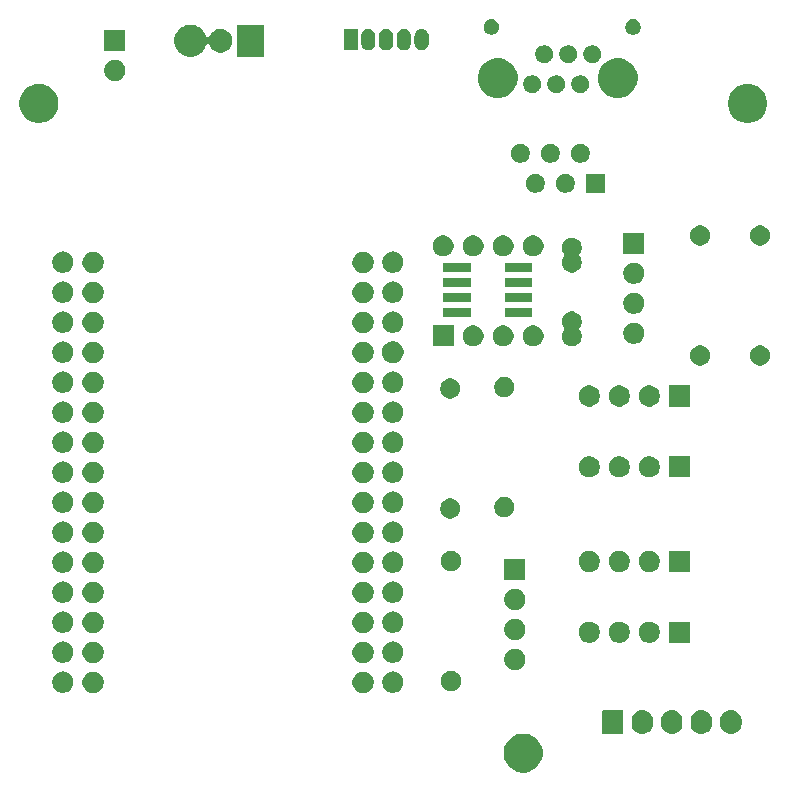
<source format=gbr>
G04 #@! TF.GenerationSoftware,KiCad,Pcbnew,(5.1.5)-3*
G04 #@! TF.CreationDate,2020-07-14T08:42:12+02:00*
G04 #@! TF.ProjectId,Airrohr_pcb,41697272-6f68-4725-9f70-63622e6b6963,rev?*
G04 #@! TF.SameCoordinates,Original*
G04 #@! TF.FileFunction,Soldermask,Top*
G04 #@! TF.FilePolarity,Negative*
%FSLAX46Y46*%
G04 Gerber Fmt 4.6, Leading zero omitted, Abs format (unit mm)*
G04 Created by KiCad (PCBNEW (5.1.5)-3) date 2020-07-14 08:42:12*
%MOMM*%
%LPD*%
G04 APERTURE LIST*
%ADD10C,0.100000*%
G04 APERTURE END LIST*
D10*
G36*
X185064656Y-81791298D02*
G01*
X185170979Y-81812447D01*
X185471442Y-81936903D01*
X185741851Y-82117585D01*
X185971815Y-82347549D01*
X186152497Y-82617958D01*
X186276953Y-82918421D01*
X186340400Y-83237391D01*
X186340400Y-83562609D01*
X186276953Y-83881579D01*
X186152497Y-84182042D01*
X185971815Y-84452451D01*
X185741851Y-84682415D01*
X185471442Y-84863097D01*
X185170979Y-84987553D01*
X185064656Y-85008702D01*
X184852011Y-85051000D01*
X184526789Y-85051000D01*
X184314144Y-85008702D01*
X184207821Y-84987553D01*
X183907358Y-84863097D01*
X183636949Y-84682415D01*
X183406985Y-84452451D01*
X183226303Y-84182042D01*
X183101847Y-83881579D01*
X183038400Y-83562609D01*
X183038400Y-83237391D01*
X183101847Y-82918421D01*
X183226303Y-82617958D01*
X183406985Y-82347549D01*
X183636949Y-82117585D01*
X183907358Y-81936903D01*
X184207821Y-81812447D01*
X184314144Y-81791298D01*
X184526789Y-81749000D01*
X184852011Y-81749000D01*
X185064656Y-81791298D01*
G37*
G36*
X194954626Y-79759037D02*
G01*
X195124465Y-79810557D01*
X195124467Y-79810558D01*
X195280989Y-79894221D01*
X195418186Y-80006814D01*
X195501448Y-80108271D01*
X195530778Y-80144009D01*
X195614443Y-80300534D01*
X195665963Y-80470373D01*
X195679000Y-80602742D01*
X195679000Y-80941257D01*
X195665963Y-81073626D01*
X195614443Y-81243466D01*
X195530778Y-81399991D01*
X195501448Y-81435729D01*
X195418186Y-81537186D01*
X195323250Y-81615097D01*
X195280991Y-81649778D01*
X195124466Y-81733443D01*
X194954627Y-81784963D01*
X194778000Y-81802359D01*
X194601374Y-81784963D01*
X194431535Y-81733443D01*
X194275010Y-81649778D01*
X194137815Y-81537185D01*
X194025222Y-81399991D01*
X193941557Y-81243466D01*
X193890037Y-81073627D01*
X193877000Y-80941258D01*
X193877000Y-80602743D01*
X193890037Y-80470374D01*
X193941557Y-80300535D01*
X194025222Y-80144010D01*
X194025223Y-80144009D01*
X194137814Y-80006814D01*
X194239271Y-79923552D01*
X194275009Y-79894222D01*
X194431534Y-79810557D01*
X194601373Y-79759037D01*
X194778000Y-79741641D01*
X194954626Y-79759037D01*
G37*
G36*
X202454626Y-79759037D02*
G01*
X202624465Y-79810557D01*
X202624467Y-79810558D01*
X202780989Y-79894221D01*
X202918186Y-80006814D01*
X203001448Y-80108271D01*
X203030778Y-80144009D01*
X203114443Y-80300534D01*
X203165963Y-80470373D01*
X203179000Y-80602742D01*
X203179000Y-80941257D01*
X203165963Y-81073626D01*
X203114443Y-81243466D01*
X203030778Y-81399991D01*
X203001448Y-81435729D01*
X202918186Y-81537186D01*
X202823250Y-81615097D01*
X202780991Y-81649778D01*
X202624466Y-81733443D01*
X202454627Y-81784963D01*
X202278000Y-81802359D01*
X202101374Y-81784963D01*
X201931535Y-81733443D01*
X201775010Y-81649778D01*
X201637815Y-81537185D01*
X201525222Y-81399991D01*
X201441557Y-81243466D01*
X201390037Y-81073627D01*
X201377000Y-80941258D01*
X201377000Y-80602743D01*
X201390037Y-80470374D01*
X201441557Y-80300535D01*
X201525222Y-80144010D01*
X201525223Y-80144009D01*
X201637814Y-80006814D01*
X201739271Y-79923552D01*
X201775009Y-79894222D01*
X201931534Y-79810557D01*
X202101373Y-79759037D01*
X202278000Y-79741641D01*
X202454626Y-79759037D01*
G37*
G36*
X197454626Y-79759037D02*
G01*
X197624465Y-79810557D01*
X197624467Y-79810558D01*
X197780989Y-79894221D01*
X197918186Y-80006814D01*
X198001448Y-80108271D01*
X198030778Y-80144009D01*
X198114443Y-80300534D01*
X198165963Y-80470373D01*
X198179000Y-80602742D01*
X198179000Y-80941257D01*
X198165963Y-81073626D01*
X198114443Y-81243466D01*
X198030778Y-81399991D01*
X198001448Y-81435729D01*
X197918186Y-81537186D01*
X197823250Y-81615097D01*
X197780991Y-81649778D01*
X197624466Y-81733443D01*
X197454627Y-81784963D01*
X197278000Y-81802359D01*
X197101374Y-81784963D01*
X196931535Y-81733443D01*
X196775010Y-81649778D01*
X196637815Y-81537185D01*
X196525222Y-81399991D01*
X196441557Y-81243466D01*
X196390037Y-81073627D01*
X196377000Y-80941258D01*
X196377000Y-80602743D01*
X196390037Y-80470374D01*
X196441557Y-80300535D01*
X196525222Y-80144010D01*
X196525223Y-80144009D01*
X196637814Y-80006814D01*
X196739271Y-79923552D01*
X196775009Y-79894222D01*
X196931534Y-79810557D01*
X197101373Y-79759037D01*
X197278000Y-79741641D01*
X197454626Y-79759037D01*
G37*
G36*
X199954626Y-79759037D02*
G01*
X200124465Y-79810557D01*
X200124467Y-79810558D01*
X200280989Y-79894221D01*
X200418186Y-80006814D01*
X200501448Y-80108271D01*
X200530778Y-80144009D01*
X200614443Y-80300534D01*
X200665963Y-80470373D01*
X200679000Y-80602742D01*
X200679000Y-80941257D01*
X200665963Y-81073626D01*
X200614443Y-81243466D01*
X200530778Y-81399991D01*
X200501448Y-81435729D01*
X200418186Y-81537186D01*
X200323250Y-81615097D01*
X200280991Y-81649778D01*
X200124466Y-81733443D01*
X199954627Y-81784963D01*
X199778000Y-81802359D01*
X199601374Y-81784963D01*
X199431535Y-81733443D01*
X199275010Y-81649778D01*
X199137815Y-81537185D01*
X199025222Y-81399991D01*
X198941557Y-81243466D01*
X198890037Y-81073627D01*
X198877000Y-80941258D01*
X198877000Y-80602743D01*
X198890037Y-80470374D01*
X198941557Y-80300535D01*
X199025222Y-80144010D01*
X199025223Y-80144009D01*
X199137814Y-80006814D01*
X199239271Y-79923552D01*
X199275009Y-79894222D01*
X199431534Y-79810557D01*
X199601373Y-79759037D01*
X199778000Y-79741641D01*
X199954626Y-79759037D01*
G37*
G36*
X193036600Y-79749989D02*
G01*
X193069652Y-79760015D01*
X193100103Y-79776292D01*
X193126799Y-79798201D01*
X193148708Y-79824897D01*
X193164985Y-79855348D01*
X193175011Y-79888400D01*
X193179000Y-79928903D01*
X193179000Y-81615097D01*
X193175011Y-81655600D01*
X193164985Y-81688652D01*
X193148708Y-81719103D01*
X193126799Y-81745799D01*
X193100103Y-81767708D01*
X193069652Y-81783985D01*
X193036600Y-81794011D01*
X192996097Y-81798000D01*
X191559903Y-81798000D01*
X191519400Y-81794011D01*
X191486348Y-81783985D01*
X191455897Y-81767708D01*
X191429201Y-81745799D01*
X191407292Y-81719103D01*
X191391015Y-81688652D01*
X191380989Y-81655600D01*
X191377000Y-81615097D01*
X191377000Y-79928903D01*
X191380989Y-79888400D01*
X191391015Y-79855348D01*
X191407292Y-79824897D01*
X191429201Y-79798201D01*
X191455897Y-79776292D01*
X191486348Y-79760015D01*
X191519400Y-79749989D01*
X191559903Y-79746000D01*
X192996097Y-79746000D01*
X193036600Y-79749989D01*
G37*
G36*
X148392112Y-76523127D02*
G01*
X148541412Y-76552824D01*
X148705384Y-76620744D01*
X148852954Y-76719347D01*
X148978453Y-76844846D01*
X149077056Y-76992416D01*
X149144976Y-77156388D01*
X149179600Y-77330459D01*
X149179600Y-77507941D01*
X149144976Y-77682012D01*
X149077056Y-77845984D01*
X148978453Y-77993554D01*
X148852954Y-78119053D01*
X148705384Y-78217656D01*
X148541412Y-78285576D01*
X148392112Y-78315273D01*
X148367342Y-78320200D01*
X148189858Y-78320200D01*
X148165088Y-78315273D01*
X148015788Y-78285576D01*
X147851816Y-78217656D01*
X147704246Y-78119053D01*
X147578747Y-77993554D01*
X147480144Y-77845984D01*
X147412224Y-77682012D01*
X147377600Y-77507941D01*
X147377600Y-77330459D01*
X147412224Y-77156388D01*
X147480144Y-76992416D01*
X147578747Y-76844846D01*
X147704246Y-76719347D01*
X147851816Y-76620744D01*
X148015788Y-76552824D01*
X148165088Y-76523127D01*
X148189858Y-76518200D01*
X148367342Y-76518200D01*
X148392112Y-76523127D01*
G37*
G36*
X171252112Y-76523127D02*
G01*
X171401412Y-76552824D01*
X171565384Y-76620744D01*
X171712954Y-76719347D01*
X171838453Y-76844846D01*
X171937056Y-76992416D01*
X172004976Y-77156388D01*
X172039600Y-77330459D01*
X172039600Y-77507941D01*
X172004976Y-77682012D01*
X171937056Y-77845984D01*
X171838453Y-77993554D01*
X171712954Y-78119053D01*
X171565384Y-78217656D01*
X171401412Y-78285576D01*
X171252112Y-78315273D01*
X171227342Y-78320200D01*
X171049858Y-78320200D01*
X171025088Y-78315273D01*
X170875788Y-78285576D01*
X170711816Y-78217656D01*
X170564246Y-78119053D01*
X170438747Y-77993554D01*
X170340144Y-77845984D01*
X170272224Y-77682012D01*
X170237600Y-77507941D01*
X170237600Y-77330459D01*
X170272224Y-77156388D01*
X170340144Y-76992416D01*
X170438747Y-76844846D01*
X170564246Y-76719347D01*
X170711816Y-76620744D01*
X170875788Y-76552824D01*
X171025088Y-76523127D01*
X171049858Y-76518200D01*
X171227342Y-76518200D01*
X171252112Y-76523127D01*
G37*
G36*
X173766712Y-76497727D02*
G01*
X173916012Y-76527424D01*
X174079984Y-76595344D01*
X174227554Y-76693947D01*
X174353053Y-76819446D01*
X174451656Y-76967016D01*
X174519576Y-77130988D01*
X174554200Y-77305059D01*
X174554200Y-77482541D01*
X174519576Y-77656612D01*
X174451656Y-77820584D01*
X174353053Y-77968154D01*
X174227554Y-78093653D01*
X174079984Y-78192256D01*
X173916012Y-78260176D01*
X173766712Y-78289873D01*
X173741942Y-78294800D01*
X173564458Y-78294800D01*
X173539688Y-78289873D01*
X173390388Y-78260176D01*
X173226416Y-78192256D01*
X173078846Y-78093653D01*
X172953347Y-77968154D01*
X172854744Y-77820584D01*
X172786824Y-77656612D01*
X172752200Y-77482541D01*
X172752200Y-77305059D01*
X172786824Y-77130988D01*
X172854744Y-76967016D01*
X172953347Y-76819446D01*
X173078846Y-76693947D01*
X173226416Y-76595344D01*
X173390388Y-76527424D01*
X173539688Y-76497727D01*
X173564458Y-76492800D01*
X173741942Y-76492800D01*
X173766712Y-76497727D01*
G37*
G36*
X145826712Y-76497727D02*
G01*
X145976012Y-76527424D01*
X146139984Y-76595344D01*
X146287554Y-76693947D01*
X146413053Y-76819446D01*
X146511656Y-76967016D01*
X146579576Y-77130988D01*
X146614200Y-77305059D01*
X146614200Y-77482541D01*
X146579576Y-77656612D01*
X146511656Y-77820584D01*
X146413053Y-77968154D01*
X146287554Y-78093653D01*
X146139984Y-78192256D01*
X145976012Y-78260176D01*
X145826712Y-78289873D01*
X145801942Y-78294800D01*
X145624458Y-78294800D01*
X145599688Y-78289873D01*
X145450388Y-78260176D01*
X145286416Y-78192256D01*
X145138846Y-78093653D01*
X145013347Y-77968154D01*
X144914744Y-77820584D01*
X144846824Y-77656612D01*
X144812200Y-77482541D01*
X144812200Y-77305059D01*
X144846824Y-77130988D01*
X144914744Y-76967016D01*
X145013347Y-76819446D01*
X145138846Y-76693947D01*
X145286416Y-76595344D01*
X145450388Y-76527424D01*
X145599688Y-76497727D01*
X145624458Y-76492800D01*
X145801942Y-76492800D01*
X145826712Y-76497727D01*
G37*
G36*
X178822928Y-76468823D02*
G01*
X178977800Y-76532973D01*
X179117181Y-76626105D01*
X179235715Y-76744639D01*
X179328847Y-76884020D01*
X179392997Y-77038892D01*
X179425700Y-77203304D01*
X179425700Y-77370936D01*
X179392997Y-77535348D01*
X179328847Y-77690220D01*
X179235715Y-77829601D01*
X179117181Y-77948135D01*
X178977800Y-78041267D01*
X178822928Y-78105417D01*
X178658516Y-78138120D01*
X178490884Y-78138120D01*
X178326472Y-78105417D01*
X178171600Y-78041267D01*
X178032219Y-77948135D01*
X177913685Y-77829601D01*
X177820553Y-77690220D01*
X177756403Y-77535348D01*
X177723700Y-77370936D01*
X177723700Y-77203304D01*
X177756403Y-77038892D01*
X177820553Y-76884020D01*
X177913685Y-76744639D01*
X178032219Y-76626105D01*
X178171600Y-76532973D01*
X178326472Y-76468823D01*
X178490884Y-76436120D01*
X178658516Y-76436120D01*
X178822928Y-76468823D01*
G37*
G36*
X184098412Y-74587647D02*
G01*
X184247712Y-74617344D01*
X184411684Y-74685264D01*
X184559254Y-74783867D01*
X184684753Y-74909366D01*
X184783356Y-75056936D01*
X184851276Y-75220908D01*
X184885900Y-75394979D01*
X184885900Y-75572461D01*
X184851276Y-75746532D01*
X184783356Y-75910504D01*
X184684753Y-76058074D01*
X184559254Y-76183573D01*
X184411684Y-76282176D01*
X184247712Y-76350096D01*
X184098412Y-76379793D01*
X184073642Y-76384720D01*
X183896158Y-76384720D01*
X183871388Y-76379793D01*
X183722088Y-76350096D01*
X183558116Y-76282176D01*
X183410546Y-76183573D01*
X183285047Y-76058074D01*
X183186444Y-75910504D01*
X183118524Y-75746532D01*
X183083900Y-75572461D01*
X183083900Y-75394979D01*
X183118524Y-75220908D01*
X183186444Y-75056936D01*
X183285047Y-74909366D01*
X183410546Y-74783867D01*
X183558116Y-74685264D01*
X183722088Y-74617344D01*
X183871388Y-74587647D01*
X183896158Y-74582720D01*
X184073642Y-74582720D01*
X184098412Y-74587647D01*
G37*
G36*
X148392112Y-73983127D02*
G01*
X148541412Y-74012824D01*
X148705384Y-74080744D01*
X148852954Y-74179347D01*
X148978453Y-74304846D01*
X149077056Y-74452416D01*
X149144976Y-74616388D01*
X149179600Y-74790459D01*
X149179600Y-74967941D01*
X149144976Y-75142012D01*
X149077056Y-75305984D01*
X148978453Y-75453554D01*
X148852954Y-75579053D01*
X148705384Y-75677656D01*
X148541412Y-75745576D01*
X148392112Y-75775273D01*
X148367342Y-75780200D01*
X148189858Y-75780200D01*
X148165088Y-75775273D01*
X148015788Y-75745576D01*
X147851816Y-75677656D01*
X147704246Y-75579053D01*
X147578747Y-75453554D01*
X147480144Y-75305984D01*
X147412224Y-75142012D01*
X147377600Y-74967941D01*
X147377600Y-74790459D01*
X147412224Y-74616388D01*
X147480144Y-74452416D01*
X147578747Y-74304846D01*
X147704246Y-74179347D01*
X147851816Y-74080744D01*
X148015788Y-74012824D01*
X148165088Y-73983127D01*
X148189858Y-73978200D01*
X148367342Y-73978200D01*
X148392112Y-73983127D01*
G37*
G36*
X171252112Y-73983127D02*
G01*
X171401412Y-74012824D01*
X171565384Y-74080744D01*
X171712954Y-74179347D01*
X171838453Y-74304846D01*
X171937056Y-74452416D01*
X172004976Y-74616388D01*
X172039600Y-74790459D01*
X172039600Y-74967941D01*
X172004976Y-75142012D01*
X171937056Y-75305984D01*
X171838453Y-75453554D01*
X171712954Y-75579053D01*
X171565384Y-75677656D01*
X171401412Y-75745576D01*
X171252112Y-75775273D01*
X171227342Y-75780200D01*
X171049858Y-75780200D01*
X171025088Y-75775273D01*
X170875788Y-75745576D01*
X170711816Y-75677656D01*
X170564246Y-75579053D01*
X170438747Y-75453554D01*
X170340144Y-75305984D01*
X170272224Y-75142012D01*
X170237600Y-74967941D01*
X170237600Y-74790459D01*
X170272224Y-74616388D01*
X170340144Y-74452416D01*
X170438747Y-74304846D01*
X170564246Y-74179347D01*
X170711816Y-74080744D01*
X170875788Y-74012824D01*
X171025088Y-73983127D01*
X171049858Y-73978200D01*
X171227342Y-73978200D01*
X171252112Y-73983127D01*
G37*
G36*
X173766712Y-73957727D02*
G01*
X173916012Y-73987424D01*
X174079984Y-74055344D01*
X174227554Y-74153947D01*
X174353053Y-74279446D01*
X174451656Y-74427016D01*
X174519576Y-74590988D01*
X174554200Y-74765059D01*
X174554200Y-74942541D01*
X174519576Y-75116612D01*
X174451656Y-75280584D01*
X174353053Y-75428154D01*
X174227554Y-75553653D01*
X174079984Y-75652256D01*
X173916012Y-75720176D01*
X173766712Y-75749873D01*
X173741942Y-75754800D01*
X173564458Y-75754800D01*
X173539688Y-75749873D01*
X173390388Y-75720176D01*
X173226416Y-75652256D01*
X173078846Y-75553653D01*
X172953347Y-75428154D01*
X172854744Y-75280584D01*
X172786824Y-75116612D01*
X172752200Y-74942541D01*
X172752200Y-74765059D01*
X172786824Y-74590988D01*
X172854744Y-74427016D01*
X172953347Y-74279446D01*
X173078846Y-74153947D01*
X173226416Y-74055344D01*
X173390388Y-73987424D01*
X173539688Y-73957727D01*
X173564458Y-73952800D01*
X173741942Y-73952800D01*
X173766712Y-73957727D01*
G37*
G36*
X145826712Y-73957727D02*
G01*
X145976012Y-73987424D01*
X146139984Y-74055344D01*
X146287554Y-74153947D01*
X146413053Y-74279446D01*
X146511656Y-74427016D01*
X146579576Y-74590988D01*
X146614200Y-74765059D01*
X146614200Y-74942541D01*
X146579576Y-75116612D01*
X146511656Y-75280584D01*
X146413053Y-75428154D01*
X146287554Y-75553653D01*
X146139984Y-75652256D01*
X145976012Y-75720176D01*
X145826712Y-75749873D01*
X145801942Y-75754800D01*
X145624458Y-75754800D01*
X145599688Y-75749873D01*
X145450388Y-75720176D01*
X145286416Y-75652256D01*
X145138846Y-75553653D01*
X145013347Y-75428154D01*
X144914744Y-75280584D01*
X144846824Y-75116612D01*
X144812200Y-74942541D01*
X144812200Y-74765059D01*
X144846824Y-74590988D01*
X144914744Y-74427016D01*
X145013347Y-74279446D01*
X145138846Y-74153947D01*
X145286416Y-74055344D01*
X145450388Y-73987424D01*
X145599688Y-73957727D01*
X145624458Y-73952800D01*
X145801942Y-73952800D01*
X145826712Y-73957727D01*
G37*
G36*
X192938512Y-72272327D02*
G01*
X193087812Y-72302024D01*
X193251784Y-72369944D01*
X193399354Y-72468547D01*
X193524853Y-72594046D01*
X193623456Y-72741616D01*
X193691376Y-72905588D01*
X193726000Y-73079659D01*
X193726000Y-73257141D01*
X193691376Y-73431212D01*
X193623456Y-73595184D01*
X193524853Y-73742754D01*
X193399354Y-73868253D01*
X193251784Y-73966856D01*
X193087812Y-74034776D01*
X192938512Y-74064473D01*
X192913742Y-74069400D01*
X192736258Y-74069400D01*
X192711488Y-74064473D01*
X192562188Y-74034776D01*
X192398216Y-73966856D01*
X192250646Y-73868253D01*
X192125147Y-73742754D01*
X192026544Y-73595184D01*
X191958624Y-73431212D01*
X191924000Y-73257141D01*
X191924000Y-73079659D01*
X191958624Y-72905588D01*
X192026544Y-72741616D01*
X192125147Y-72594046D01*
X192250646Y-72468547D01*
X192398216Y-72369944D01*
X192562188Y-72302024D01*
X192711488Y-72272327D01*
X192736258Y-72267400D01*
X192913742Y-72267400D01*
X192938512Y-72272327D01*
G37*
G36*
X195478512Y-72272327D02*
G01*
X195627812Y-72302024D01*
X195791784Y-72369944D01*
X195939354Y-72468547D01*
X196064853Y-72594046D01*
X196163456Y-72741616D01*
X196231376Y-72905588D01*
X196266000Y-73079659D01*
X196266000Y-73257141D01*
X196231376Y-73431212D01*
X196163456Y-73595184D01*
X196064853Y-73742754D01*
X195939354Y-73868253D01*
X195791784Y-73966856D01*
X195627812Y-74034776D01*
X195478512Y-74064473D01*
X195453742Y-74069400D01*
X195276258Y-74069400D01*
X195251488Y-74064473D01*
X195102188Y-74034776D01*
X194938216Y-73966856D01*
X194790646Y-73868253D01*
X194665147Y-73742754D01*
X194566544Y-73595184D01*
X194498624Y-73431212D01*
X194464000Y-73257141D01*
X194464000Y-73079659D01*
X194498624Y-72905588D01*
X194566544Y-72741616D01*
X194665147Y-72594046D01*
X194790646Y-72468547D01*
X194938216Y-72369944D01*
X195102188Y-72302024D01*
X195251488Y-72272327D01*
X195276258Y-72267400D01*
X195453742Y-72267400D01*
X195478512Y-72272327D01*
G37*
G36*
X198806000Y-74069400D02*
G01*
X197004000Y-74069400D01*
X197004000Y-72267400D01*
X198806000Y-72267400D01*
X198806000Y-74069400D01*
G37*
G36*
X190398512Y-72272327D02*
G01*
X190547812Y-72302024D01*
X190711784Y-72369944D01*
X190859354Y-72468547D01*
X190984853Y-72594046D01*
X191083456Y-72741616D01*
X191151376Y-72905588D01*
X191186000Y-73079659D01*
X191186000Y-73257141D01*
X191151376Y-73431212D01*
X191083456Y-73595184D01*
X190984853Y-73742754D01*
X190859354Y-73868253D01*
X190711784Y-73966856D01*
X190547812Y-74034776D01*
X190398512Y-74064473D01*
X190373742Y-74069400D01*
X190196258Y-74069400D01*
X190171488Y-74064473D01*
X190022188Y-74034776D01*
X189858216Y-73966856D01*
X189710646Y-73868253D01*
X189585147Y-73742754D01*
X189486544Y-73595184D01*
X189418624Y-73431212D01*
X189384000Y-73257141D01*
X189384000Y-73079659D01*
X189418624Y-72905588D01*
X189486544Y-72741616D01*
X189585147Y-72594046D01*
X189710646Y-72468547D01*
X189858216Y-72369944D01*
X190022188Y-72302024D01*
X190171488Y-72272327D01*
X190196258Y-72267400D01*
X190373742Y-72267400D01*
X190398512Y-72272327D01*
G37*
G36*
X184098412Y-72047647D02*
G01*
X184247712Y-72077344D01*
X184411684Y-72145264D01*
X184559254Y-72243867D01*
X184684753Y-72369366D01*
X184783356Y-72516936D01*
X184851276Y-72680908D01*
X184885900Y-72854979D01*
X184885900Y-73032461D01*
X184851276Y-73206532D01*
X184783356Y-73370504D01*
X184684753Y-73518074D01*
X184559254Y-73643573D01*
X184411684Y-73742176D01*
X184247712Y-73810096D01*
X184098412Y-73839793D01*
X184073642Y-73844720D01*
X183896158Y-73844720D01*
X183871388Y-73839793D01*
X183722088Y-73810096D01*
X183558116Y-73742176D01*
X183410546Y-73643573D01*
X183285047Y-73518074D01*
X183186444Y-73370504D01*
X183118524Y-73206532D01*
X183083900Y-73032461D01*
X183083900Y-72854979D01*
X183118524Y-72680908D01*
X183186444Y-72516936D01*
X183285047Y-72369366D01*
X183410546Y-72243867D01*
X183558116Y-72145264D01*
X183722088Y-72077344D01*
X183871388Y-72047647D01*
X183896158Y-72042720D01*
X184073642Y-72042720D01*
X184098412Y-72047647D01*
G37*
G36*
X171252112Y-71443127D02*
G01*
X171401412Y-71472824D01*
X171565384Y-71540744D01*
X171712954Y-71639347D01*
X171838453Y-71764846D01*
X171937056Y-71912416D01*
X172004976Y-72076388D01*
X172039600Y-72250459D01*
X172039600Y-72427941D01*
X172004976Y-72602012D01*
X171937056Y-72765984D01*
X171838453Y-72913554D01*
X171712954Y-73039053D01*
X171565384Y-73137656D01*
X171401412Y-73205576D01*
X171252112Y-73235273D01*
X171227342Y-73240200D01*
X171049858Y-73240200D01*
X171025088Y-73235273D01*
X170875788Y-73205576D01*
X170711816Y-73137656D01*
X170564246Y-73039053D01*
X170438747Y-72913554D01*
X170340144Y-72765984D01*
X170272224Y-72602012D01*
X170237600Y-72427941D01*
X170237600Y-72250459D01*
X170272224Y-72076388D01*
X170340144Y-71912416D01*
X170438747Y-71764846D01*
X170564246Y-71639347D01*
X170711816Y-71540744D01*
X170875788Y-71472824D01*
X171025088Y-71443127D01*
X171049858Y-71438200D01*
X171227342Y-71438200D01*
X171252112Y-71443127D01*
G37*
G36*
X148392112Y-71443127D02*
G01*
X148541412Y-71472824D01*
X148705384Y-71540744D01*
X148852954Y-71639347D01*
X148978453Y-71764846D01*
X149077056Y-71912416D01*
X149144976Y-72076388D01*
X149179600Y-72250459D01*
X149179600Y-72427941D01*
X149144976Y-72602012D01*
X149077056Y-72765984D01*
X148978453Y-72913554D01*
X148852954Y-73039053D01*
X148705384Y-73137656D01*
X148541412Y-73205576D01*
X148392112Y-73235273D01*
X148367342Y-73240200D01*
X148189858Y-73240200D01*
X148165088Y-73235273D01*
X148015788Y-73205576D01*
X147851816Y-73137656D01*
X147704246Y-73039053D01*
X147578747Y-72913554D01*
X147480144Y-72765984D01*
X147412224Y-72602012D01*
X147377600Y-72427941D01*
X147377600Y-72250459D01*
X147412224Y-72076388D01*
X147480144Y-71912416D01*
X147578747Y-71764846D01*
X147704246Y-71639347D01*
X147851816Y-71540744D01*
X148015788Y-71472824D01*
X148165088Y-71443127D01*
X148189858Y-71438200D01*
X148367342Y-71438200D01*
X148392112Y-71443127D01*
G37*
G36*
X173766712Y-71417727D02*
G01*
X173916012Y-71447424D01*
X174079984Y-71515344D01*
X174227554Y-71613947D01*
X174353053Y-71739446D01*
X174451656Y-71887016D01*
X174519576Y-72050988D01*
X174554200Y-72225059D01*
X174554200Y-72402541D01*
X174519576Y-72576612D01*
X174451656Y-72740584D01*
X174353053Y-72888154D01*
X174227554Y-73013653D01*
X174079984Y-73112256D01*
X173916012Y-73180176D01*
X173766712Y-73209873D01*
X173741942Y-73214800D01*
X173564458Y-73214800D01*
X173539688Y-73209873D01*
X173390388Y-73180176D01*
X173226416Y-73112256D01*
X173078846Y-73013653D01*
X172953347Y-72888154D01*
X172854744Y-72740584D01*
X172786824Y-72576612D01*
X172752200Y-72402541D01*
X172752200Y-72225059D01*
X172786824Y-72050988D01*
X172854744Y-71887016D01*
X172953347Y-71739446D01*
X173078846Y-71613947D01*
X173226416Y-71515344D01*
X173390388Y-71447424D01*
X173539688Y-71417727D01*
X173564458Y-71412800D01*
X173741942Y-71412800D01*
X173766712Y-71417727D01*
G37*
G36*
X145826712Y-71417727D02*
G01*
X145976012Y-71447424D01*
X146139984Y-71515344D01*
X146287554Y-71613947D01*
X146413053Y-71739446D01*
X146511656Y-71887016D01*
X146579576Y-72050988D01*
X146614200Y-72225059D01*
X146614200Y-72402541D01*
X146579576Y-72576612D01*
X146511656Y-72740584D01*
X146413053Y-72888154D01*
X146287554Y-73013653D01*
X146139984Y-73112256D01*
X145976012Y-73180176D01*
X145826712Y-73209873D01*
X145801942Y-73214800D01*
X145624458Y-73214800D01*
X145599688Y-73209873D01*
X145450388Y-73180176D01*
X145286416Y-73112256D01*
X145138846Y-73013653D01*
X145013347Y-72888154D01*
X144914744Y-72740584D01*
X144846824Y-72576612D01*
X144812200Y-72402541D01*
X144812200Y-72225059D01*
X144846824Y-72050988D01*
X144914744Y-71887016D01*
X145013347Y-71739446D01*
X145138846Y-71613947D01*
X145286416Y-71515344D01*
X145450388Y-71447424D01*
X145599688Y-71417727D01*
X145624458Y-71412800D01*
X145801942Y-71412800D01*
X145826712Y-71417727D01*
G37*
G36*
X184098412Y-69507647D02*
G01*
X184247712Y-69537344D01*
X184411684Y-69605264D01*
X184559254Y-69703867D01*
X184684753Y-69829366D01*
X184783356Y-69976936D01*
X184851276Y-70140908D01*
X184885900Y-70314979D01*
X184885900Y-70492461D01*
X184851276Y-70666532D01*
X184783356Y-70830504D01*
X184684753Y-70978074D01*
X184559254Y-71103573D01*
X184411684Y-71202176D01*
X184247712Y-71270096D01*
X184098412Y-71299793D01*
X184073642Y-71304720D01*
X183896158Y-71304720D01*
X183871388Y-71299793D01*
X183722088Y-71270096D01*
X183558116Y-71202176D01*
X183410546Y-71103573D01*
X183285047Y-70978074D01*
X183186444Y-70830504D01*
X183118524Y-70666532D01*
X183083900Y-70492461D01*
X183083900Y-70314979D01*
X183118524Y-70140908D01*
X183186444Y-69976936D01*
X183285047Y-69829366D01*
X183410546Y-69703867D01*
X183558116Y-69605264D01*
X183722088Y-69537344D01*
X183871388Y-69507647D01*
X183896158Y-69502720D01*
X184073642Y-69502720D01*
X184098412Y-69507647D01*
G37*
G36*
X148392112Y-68903127D02*
G01*
X148541412Y-68932824D01*
X148705384Y-69000744D01*
X148852954Y-69099347D01*
X148978453Y-69224846D01*
X149077056Y-69372416D01*
X149144976Y-69536388D01*
X149179600Y-69710459D01*
X149179600Y-69887941D01*
X149144976Y-70062012D01*
X149077056Y-70225984D01*
X148978453Y-70373554D01*
X148852954Y-70499053D01*
X148705384Y-70597656D01*
X148541412Y-70665576D01*
X148392112Y-70695273D01*
X148367342Y-70700200D01*
X148189858Y-70700200D01*
X148165088Y-70695273D01*
X148015788Y-70665576D01*
X147851816Y-70597656D01*
X147704246Y-70499053D01*
X147578747Y-70373554D01*
X147480144Y-70225984D01*
X147412224Y-70062012D01*
X147377600Y-69887941D01*
X147377600Y-69710459D01*
X147412224Y-69536388D01*
X147480144Y-69372416D01*
X147578747Y-69224846D01*
X147704246Y-69099347D01*
X147851816Y-69000744D01*
X148015788Y-68932824D01*
X148165088Y-68903127D01*
X148189858Y-68898200D01*
X148367342Y-68898200D01*
X148392112Y-68903127D01*
G37*
G36*
X171252112Y-68903127D02*
G01*
X171401412Y-68932824D01*
X171565384Y-69000744D01*
X171712954Y-69099347D01*
X171838453Y-69224846D01*
X171937056Y-69372416D01*
X172004976Y-69536388D01*
X172039600Y-69710459D01*
X172039600Y-69887941D01*
X172004976Y-70062012D01*
X171937056Y-70225984D01*
X171838453Y-70373554D01*
X171712954Y-70499053D01*
X171565384Y-70597656D01*
X171401412Y-70665576D01*
X171252112Y-70695273D01*
X171227342Y-70700200D01*
X171049858Y-70700200D01*
X171025088Y-70695273D01*
X170875788Y-70665576D01*
X170711816Y-70597656D01*
X170564246Y-70499053D01*
X170438747Y-70373554D01*
X170340144Y-70225984D01*
X170272224Y-70062012D01*
X170237600Y-69887941D01*
X170237600Y-69710459D01*
X170272224Y-69536388D01*
X170340144Y-69372416D01*
X170438747Y-69224846D01*
X170564246Y-69099347D01*
X170711816Y-69000744D01*
X170875788Y-68932824D01*
X171025088Y-68903127D01*
X171049858Y-68898200D01*
X171227342Y-68898200D01*
X171252112Y-68903127D01*
G37*
G36*
X145826712Y-68877727D02*
G01*
X145976012Y-68907424D01*
X146139984Y-68975344D01*
X146287554Y-69073947D01*
X146413053Y-69199446D01*
X146511656Y-69347016D01*
X146579576Y-69510988D01*
X146614200Y-69685059D01*
X146614200Y-69862541D01*
X146579576Y-70036612D01*
X146511656Y-70200584D01*
X146413053Y-70348154D01*
X146287554Y-70473653D01*
X146139984Y-70572256D01*
X145976012Y-70640176D01*
X145826712Y-70669873D01*
X145801942Y-70674800D01*
X145624458Y-70674800D01*
X145599688Y-70669873D01*
X145450388Y-70640176D01*
X145286416Y-70572256D01*
X145138846Y-70473653D01*
X145013347Y-70348154D01*
X144914744Y-70200584D01*
X144846824Y-70036612D01*
X144812200Y-69862541D01*
X144812200Y-69685059D01*
X144846824Y-69510988D01*
X144914744Y-69347016D01*
X145013347Y-69199446D01*
X145138846Y-69073947D01*
X145286416Y-68975344D01*
X145450388Y-68907424D01*
X145599688Y-68877727D01*
X145624458Y-68872800D01*
X145801942Y-68872800D01*
X145826712Y-68877727D01*
G37*
G36*
X173766712Y-68877727D02*
G01*
X173916012Y-68907424D01*
X174079984Y-68975344D01*
X174227554Y-69073947D01*
X174353053Y-69199446D01*
X174451656Y-69347016D01*
X174519576Y-69510988D01*
X174554200Y-69685059D01*
X174554200Y-69862541D01*
X174519576Y-70036612D01*
X174451656Y-70200584D01*
X174353053Y-70348154D01*
X174227554Y-70473653D01*
X174079984Y-70572256D01*
X173916012Y-70640176D01*
X173766712Y-70669873D01*
X173741942Y-70674800D01*
X173564458Y-70674800D01*
X173539688Y-70669873D01*
X173390388Y-70640176D01*
X173226416Y-70572256D01*
X173078846Y-70473653D01*
X172953347Y-70348154D01*
X172854744Y-70200584D01*
X172786824Y-70036612D01*
X172752200Y-69862541D01*
X172752200Y-69685059D01*
X172786824Y-69510988D01*
X172854744Y-69347016D01*
X172953347Y-69199446D01*
X173078846Y-69073947D01*
X173226416Y-68975344D01*
X173390388Y-68907424D01*
X173539688Y-68877727D01*
X173564458Y-68872800D01*
X173741942Y-68872800D01*
X173766712Y-68877727D01*
G37*
G36*
X184885900Y-68764720D02*
G01*
X183083900Y-68764720D01*
X183083900Y-66962720D01*
X184885900Y-66962720D01*
X184885900Y-68764720D01*
G37*
G36*
X171252112Y-66363127D02*
G01*
X171401412Y-66392824D01*
X171565384Y-66460744D01*
X171712954Y-66559347D01*
X171838453Y-66684846D01*
X171937056Y-66832416D01*
X172004976Y-66996388D01*
X172039600Y-67170459D01*
X172039600Y-67347941D01*
X172004976Y-67522012D01*
X171937056Y-67685984D01*
X171838453Y-67833554D01*
X171712954Y-67959053D01*
X171565384Y-68057656D01*
X171401412Y-68125576D01*
X171252112Y-68155273D01*
X171227342Y-68160200D01*
X171049858Y-68160200D01*
X171025088Y-68155273D01*
X170875788Y-68125576D01*
X170711816Y-68057656D01*
X170564246Y-67959053D01*
X170438747Y-67833554D01*
X170340144Y-67685984D01*
X170272224Y-67522012D01*
X170237600Y-67347941D01*
X170237600Y-67170459D01*
X170272224Y-66996388D01*
X170340144Y-66832416D01*
X170438747Y-66684846D01*
X170564246Y-66559347D01*
X170711816Y-66460744D01*
X170875788Y-66392824D01*
X171025088Y-66363127D01*
X171049858Y-66358200D01*
X171227342Y-66358200D01*
X171252112Y-66363127D01*
G37*
G36*
X148392112Y-66363127D02*
G01*
X148541412Y-66392824D01*
X148705384Y-66460744D01*
X148852954Y-66559347D01*
X148978453Y-66684846D01*
X149077056Y-66832416D01*
X149144976Y-66996388D01*
X149179600Y-67170459D01*
X149179600Y-67347941D01*
X149144976Y-67522012D01*
X149077056Y-67685984D01*
X148978453Y-67833554D01*
X148852954Y-67959053D01*
X148705384Y-68057656D01*
X148541412Y-68125576D01*
X148392112Y-68155273D01*
X148367342Y-68160200D01*
X148189858Y-68160200D01*
X148165088Y-68155273D01*
X148015788Y-68125576D01*
X147851816Y-68057656D01*
X147704246Y-67959053D01*
X147578747Y-67833554D01*
X147480144Y-67685984D01*
X147412224Y-67522012D01*
X147377600Y-67347941D01*
X147377600Y-67170459D01*
X147412224Y-66996388D01*
X147480144Y-66832416D01*
X147578747Y-66684846D01*
X147704246Y-66559347D01*
X147851816Y-66460744D01*
X148015788Y-66392824D01*
X148165088Y-66363127D01*
X148189858Y-66358200D01*
X148367342Y-66358200D01*
X148392112Y-66363127D01*
G37*
G36*
X145826712Y-66337727D02*
G01*
X145976012Y-66367424D01*
X146139984Y-66435344D01*
X146287554Y-66533947D01*
X146413053Y-66659446D01*
X146511656Y-66807016D01*
X146579576Y-66970988D01*
X146614200Y-67145059D01*
X146614200Y-67322541D01*
X146579576Y-67496612D01*
X146511656Y-67660584D01*
X146413053Y-67808154D01*
X146287554Y-67933653D01*
X146139984Y-68032256D01*
X145976012Y-68100176D01*
X145826712Y-68129873D01*
X145801942Y-68134800D01*
X145624458Y-68134800D01*
X145599688Y-68129873D01*
X145450388Y-68100176D01*
X145286416Y-68032256D01*
X145138846Y-67933653D01*
X145013347Y-67808154D01*
X144914744Y-67660584D01*
X144846824Y-67496612D01*
X144812200Y-67322541D01*
X144812200Y-67145059D01*
X144846824Y-66970988D01*
X144914744Y-66807016D01*
X145013347Y-66659446D01*
X145138846Y-66533947D01*
X145286416Y-66435344D01*
X145450388Y-66367424D01*
X145599688Y-66337727D01*
X145624458Y-66332800D01*
X145801942Y-66332800D01*
X145826712Y-66337727D01*
G37*
G36*
X173766712Y-66337727D02*
G01*
X173916012Y-66367424D01*
X174079984Y-66435344D01*
X174227554Y-66533947D01*
X174353053Y-66659446D01*
X174451656Y-66807016D01*
X174519576Y-66970988D01*
X174554200Y-67145059D01*
X174554200Y-67322541D01*
X174519576Y-67496612D01*
X174451656Y-67660584D01*
X174353053Y-67808154D01*
X174227554Y-67933653D01*
X174079984Y-68032256D01*
X173916012Y-68100176D01*
X173766712Y-68129873D01*
X173741942Y-68134800D01*
X173564458Y-68134800D01*
X173539688Y-68129873D01*
X173390388Y-68100176D01*
X173226416Y-68032256D01*
X173078846Y-67933653D01*
X172953347Y-67808154D01*
X172854744Y-67660584D01*
X172786824Y-67496612D01*
X172752200Y-67322541D01*
X172752200Y-67145059D01*
X172786824Y-66970988D01*
X172854744Y-66807016D01*
X172953347Y-66659446D01*
X173078846Y-66533947D01*
X173226416Y-66435344D01*
X173390388Y-66367424D01*
X173539688Y-66337727D01*
X173564458Y-66332800D01*
X173741942Y-66332800D01*
X173766712Y-66337727D01*
G37*
G36*
X192938512Y-66272327D02*
G01*
X193087812Y-66302024D01*
X193251784Y-66369944D01*
X193399354Y-66468547D01*
X193524853Y-66594046D01*
X193623456Y-66741616D01*
X193691376Y-66905588D01*
X193726000Y-67079659D01*
X193726000Y-67257141D01*
X193691376Y-67431212D01*
X193623456Y-67595184D01*
X193524853Y-67742754D01*
X193399354Y-67868253D01*
X193251784Y-67966856D01*
X193087812Y-68034776D01*
X192938512Y-68064473D01*
X192913742Y-68069400D01*
X192736258Y-68069400D01*
X192711488Y-68064473D01*
X192562188Y-68034776D01*
X192398216Y-67966856D01*
X192250646Y-67868253D01*
X192125147Y-67742754D01*
X192026544Y-67595184D01*
X191958624Y-67431212D01*
X191924000Y-67257141D01*
X191924000Y-67079659D01*
X191958624Y-66905588D01*
X192026544Y-66741616D01*
X192125147Y-66594046D01*
X192250646Y-66468547D01*
X192398216Y-66369944D01*
X192562188Y-66302024D01*
X192711488Y-66272327D01*
X192736258Y-66267400D01*
X192913742Y-66267400D01*
X192938512Y-66272327D01*
G37*
G36*
X190398512Y-66272327D02*
G01*
X190547812Y-66302024D01*
X190711784Y-66369944D01*
X190859354Y-66468547D01*
X190984853Y-66594046D01*
X191083456Y-66741616D01*
X191151376Y-66905588D01*
X191186000Y-67079659D01*
X191186000Y-67257141D01*
X191151376Y-67431212D01*
X191083456Y-67595184D01*
X190984853Y-67742754D01*
X190859354Y-67868253D01*
X190711784Y-67966856D01*
X190547812Y-68034776D01*
X190398512Y-68064473D01*
X190373742Y-68069400D01*
X190196258Y-68069400D01*
X190171488Y-68064473D01*
X190022188Y-68034776D01*
X189858216Y-67966856D01*
X189710646Y-67868253D01*
X189585147Y-67742754D01*
X189486544Y-67595184D01*
X189418624Y-67431212D01*
X189384000Y-67257141D01*
X189384000Y-67079659D01*
X189418624Y-66905588D01*
X189486544Y-66741616D01*
X189585147Y-66594046D01*
X189710646Y-66468547D01*
X189858216Y-66369944D01*
X190022188Y-66302024D01*
X190171488Y-66272327D01*
X190196258Y-66267400D01*
X190373742Y-66267400D01*
X190398512Y-66272327D01*
G37*
G36*
X198806000Y-68069400D02*
G01*
X197004000Y-68069400D01*
X197004000Y-66267400D01*
X198806000Y-66267400D01*
X198806000Y-68069400D01*
G37*
G36*
X195478512Y-66272327D02*
G01*
X195627812Y-66302024D01*
X195791784Y-66369944D01*
X195939354Y-66468547D01*
X196064853Y-66594046D01*
X196163456Y-66741616D01*
X196231376Y-66905588D01*
X196266000Y-67079659D01*
X196266000Y-67257141D01*
X196231376Y-67431212D01*
X196163456Y-67595184D01*
X196064853Y-67742754D01*
X195939354Y-67868253D01*
X195791784Y-67966856D01*
X195627812Y-68034776D01*
X195478512Y-68064473D01*
X195453742Y-68069400D01*
X195276258Y-68069400D01*
X195251488Y-68064473D01*
X195102188Y-68034776D01*
X194938216Y-67966856D01*
X194790646Y-67868253D01*
X194665147Y-67742754D01*
X194566544Y-67595184D01*
X194498624Y-67431212D01*
X194464000Y-67257141D01*
X194464000Y-67079659D01*
X194498624Y-66905588D01*
X194566544Y-66741616D01*
X194665147Y-66594046D01*
X194790646Y-66468547D01*
X194938216Y-66369944D01*
X195102188Y-66302024D01*
X195251488Y-66272327D01*
X195276258Y-66267400D01*
X195453742Y-66267400D01*
X195478512Y-66272327D01*
G37*
G36*
X178822928Y-66308823D02*
G01*
X178977800Y-66372973D01*
X179117181Y-66466105D01*
X179235715Y-66584639D01*
X179328847Y-66724020D01*
X179392997Y-66878892D01*
X179425700Y-67043304D01*
X179425700Y-67210936D01*
X179392997Y-67375348D01*
X179328847Y-67530220D01*
X179235715Y-67669601D01*
X179117181Y-67788135D01*
X178977800Y-67881267D01*
X178822928Y-67945417D01*
X178658516Y-67978120D01*
X178490884Y-67978120D01*
X178326472Y-67945417D01*
X178171600Y-67881267D01*
X178032219Y-67788135D01*
X177913685Y-67669601D01*
X177820553Y-67530220D01*
X177756403Y-67375348D01*
X177723700Y-67210936D01*
X177723700Y-67043304D01*
X177756403Y-66878892D01*
X177820553Y-66724020D01*
X177913685Y-66584639D01*
X178032219Y-66466105D01*
X178171600Y-66372973D01*
X178326472Y-66308823D01*
X178490884Y-66276120D01*
X178658516Y-66276120D01*
X178822928Y-66308823D01*
G37*
G36*
X171252112Y-63823127D02*
G01*
X171401412Y-63852824D01*
X171565384Y-63920744D01*
X171712954Y-64019347D01*
X171838453Y-64144846D01*
X171937056Y-64292416D01*
X172004976Y-64456388D01*
X172039600Y-64630459D01*
X172039600Y-64807941D01*
X172004976Y-64982012D01*
X171937056Y-65145984D01*
X171838453Y-65293554D01*
X171712954Y-65419053D01*
X171565384Y-65517656D01*
X171401412Y-65585576D01*
X171252112Y-65615273D01*
X171227342Y-65620200D01*
X171049858Y-65620200D01*
X171025088Y-65615273D01*
X170875788Y-65585576D01*
X170711816Y-65517656D01*
X170564246Y-65419053D01*
X170438747Y-65293554D01*
X170340144Y-65145984D01*
X170272224Y-64982012D01*
X170237600Y-64807941D01*
X170237600Y-64630459D01*
X170272224Y-64456388D01*
X170340144Y-64292416D01*
X170438747Y-64144846D01*
X170564246Y-64019347D01*
X170711816Y-63920744D01*
X170875788Y-63852824D01*
X171025088Y-63823127D01*
X171049858Y-63818200D01*
X171227342Y-63818200D01*
X171252112Y-63823127D01*
G37*
G36*
X148392112Y-63823127D02*
G01*
X148541412Y-63852824D01*
X148705384Y-63920744D01*
X148852954Y-64019347D01*
X148978453Y-64144846D01*
X149077056Y-64292416D01*
X149144976Y-64456388D01*
X149179600Y-64630459D01*
X149179600Y-64807941D01*
X149144976Y-64982012D01*
X149077056Y-65145984D01*
X148978453Y-65293554D01*
X148852954Y-65419053D01*
X148705384Y-65517656D01*
X148541412Y-65585576D01*
X148392112Y-65615273D01*
X148367342Y-65620200D01*
X148189858Y-65620200D01*
X148165088Y-65615273D01*
X148015788Y-65585576D01*
X147851816Y-65517656D01*
X147704246Y-65419053D01*
X147578747Y-65293554D01*
X147480144Y-65145984D01*
X147412224Y-64982012D01*
X147377600Y-64807941D01*
X147377600Y-64630459D01*
X147412224Y-64456388D01*
X147480144Y-64292416D01*
X147578747Y-64144846D01*
X147704246Y-64019347D01*
X147851816Y-63920744D01*
X148015788Y-63852824D01*
X148165088Y-63823127D01*
X148189858Y-63818200D01*
X148367342Y-63818200D01*
X148392112Y-63823127D01*
G37*
G36*
X145826712Y-63797727D02*
G01*
X145976012Y-63827424D01*
X146139984Y-63895344D01*
X146287554Y-63993947D01*
X146413053Y-64119446D01*
X146511656Y-64267016D01*
X146579576Y-64430988D01*
X146614200Y-64605059D01*
X146614200Y-64782541D01*
X146579576Y-64956612D01*
X146511656Y-65120584D01*
X146413053Y-65268154D01*
X146287554Y-65393653D01*
X146139984Y-65492256D01*
X145976012Y-65560176D01*
X145826712Y-65589873D01*
X145801942Y-65594800D01*
X145624458Y-65594800D01*
X145599688Y-65589873D01*
X145450388Y-65560176D01*
X145286416Y-65492256D01*
X145138846Y-65393653D01*
X145013347Y-65268154D01*
X144914744Y-65120584D01*
X144846824Y-64956612D01*
X144812200Y-64782541D01*
X144812200Y-64605059D01*
X144846824Y-64430988D01*
X144914744Y-64267016D01*
X145013347Y-64119446D01*
X145138846Y-63993947D01*
X145286416Y-63895344D01*
X145450388Y-63827424D01*
X145599688Y-63797727D01*
X145624458Y-63792800D01*
X145801942Y-63792800D01*
X145826712Y-63797727D01*
G37*
G36*
X173766712Y-63797727D02*
G01*
X173916012Y-63827424D01*
X174079984Y-63895344D01*
X174227554Y-63993947D01*
X174353053Y-64119446D01*
X174451656Y-64267016D01*
X174519576Y-64430988D01*
X174554200Y-64605059D01*
X174554200Y-64782541D01*
X174519576Y-64956612D01*
X174451656Y-65120584D01*
X174353053Y-65268154D01*
X174227554Y-65393653D01*
X174079984Y-65492256D01*
X173916012Y-65560176D01*
X173766712Y-65589873D01*
X173741942Y-65594800D01*
X173564458Y-65594800D01*
X173539688Y-65589873D01*
X173390388Y-65560176D01*
X173226416Y-65492256D01*
X173078846Y-65393653D01*
X172953347Y-65268154D01*
X172854744Y-65120584D01*
X172786824Y-64956612D01*
X172752200Y-64782541D01*
X172752200Y-64605059D01*
X172786824Y-64430988D01*
X172854744Y-64267016D01*
X172953347Y-64119446D01*
X173078846Y-63993947D01*
X173226416Y-63895344D01*
X173390388Y-63827424D01*
X173539688Y-63797727D01*
X173564458Y-63792800D01*
X173741942Y-63792800D01*
X173766712Y-63797727D01*
G37*
G36*
X178764508Y-61879063D02*
G01*
X178919380Y-61943213D01*
X179058761Y-62036345D01*
X179177295Y-62154879D01*
X179270427Y-62294260D01*
X179334577Y-62449132D01*
X179367280Y-62613544D01*
X179367280Y-62781176D01*
X179334577Y-62945588D01*
X179270427Y-63100460D01*
X179177295Y-63239841D01*
X179058761Y-63358375D01*
X178919380Y-63451507D01*
X178764508Y-63515657D01*
X178600096Y-63548360D01*
X178432464Y-63548360D01*
X178268052Y-63515657D01*
X178113180Y-63451507D01*
X177973799Y-63358375D01*
X177855265Y-63239841D01*
X177762133Y-63100460D01*
X177697983Y-62945588D01*
X177665280Y-62781176D01*
X177665280Y-62613544D01*
X177697983Y-62449132D01*
X177762133Y-62294260D01*
X177855265Y-62154879D01*
X177973799Y-62036345D01*
X178113180Y-61943213D01*
X178268052Y-61879063D01*
X178432464Y-61846360D01*
X178600096Y-61846360D01*
X178764508Y-61879063D01*
G37*
G36*
X183336508Y-61752063D02*
G01*
X183491380Y-61816213D01*
X183630761Y-61909345D01*
X183749295Y-62027879D01*
X183842427Y-62167260D01*
X183906577Y-62322132D01*
X183939280Y-62486544D01*
X183939280Y-62654176D01*
X183906577Y-62818588D01*
X183842427Y-62973460D01*
X183749295Y-63112841D01*
X183630761Y-63231375D01*
X183491380Y-63324507D01*
X183336508Y-63388657D01*
X183172096Y-63421360D01*
X183004464Y-63421360D01*
X182840052Y-63388657D01*
X182685180Y-63324507D01*
X182545799Y-63231375D01*
X182427265Y-63112841D01*
X182334133Y-62973460D01*
X182269983Y-62818588D01*
X182237280Y-62654176D01*
X182237280Y-62486544D01*
X182269983Y-62322132D01*
X182334133Y-62167260D01*
X182427265Y-62027879D01*
X182545799Y-61909345D01*
X182685180Y-61816213D01*
X182840052Y-61752063D01*
X183004464Y-61719360D01*
X183172096Y-61719360D01*
X183336508Y-61752063D01*
G37*
G36*
X171252112Y-61283127D02*
G01*
X171401412Y-61312824D01*
X171565384Y-61380744D01*
X171712954Y-61479347D01*
X171838453Y-61604846D01*
X171937056Y-61752416D01*
X172004976Y-61916388D01*
X172039600Y-62090459D01*
X172039600Y-62267941D01*
X172004976Y-62442012D01*
X171937056Y-62605984D01*
X171838453Y-62753554D01*
X171712954Y-62879053D01*
X171565384Y-62977656D01*
X171401412Y-63045576D01*
X171252112Y-63075273D01*
X171227342Y-63080200D01*
X171049858Y-63080200D01*
X171025088Y-63075273D01*
X170875788Y-63045576D01*
X170711816Y-62977656D01*
X170564246Y-62879053D01*
X170438747Y-62753554D01*
X170340144Y-62605984D01*
X170272224Y-62442012D01*
X170237600Y-62267941D01*
X170237600Y-62090459D01*
X170272224Y-61916388D01*
X170340144Y-61752416D01*
X170438747Y-61604846D01*
X170564246Y-61479347D01*
X170711816Y-61380744D01*
X170875788Y-61312824D01*
X171025088Y-61283127D01*
X171049858Y-61278200D01*
X171227342Y-61278200D01*
X171252112Y-61283127D01*
G37*
G36*
X148392112Y-61283127D02*
G01*
X148541412Y-61312824D01*
X148705384Y-61380744D01*
X148852954Y-61479347D01*
X148978453Y-61604846D01*
X149077056Y-61752416D01*
X149144976Y-61916388D01*
X149179600Y-62090459D01*
X149179600Y-62267941D01*
X149144976Y-62442012D01*
X149077056Y-62605984D01*
X148978453Y-62753554D01*
X148852954Y-62879053D01*
X148705384Y-62977656D01*
X148541412Y-63045576D01*
X148392112Y-63075273D01*
X148367342Y-63080200D01*
X148189858Y-63080200D01*
X148165088Y-63075273D01*
X148015788Y-63045576D01*
X147851816Y-62977656D01*
X147704246Y-62879053D01*
X147578747Y-62753554D01*
X147480144Y-62605984D01*
X147412224Y-62442012D01*
X147377600Y-62267941D01*
X147377600Y-62090459D01*
X147412224Y-61916388D01*
X147480144Y-61752416D01*
X147578747Y-61604846D01*
X147704246Y-61479347D01*
X147851816Y-61380744D01*
X148015788Y-61312824D01*
X148165088Y-61283127D01*
X148189858Y-61278200D01*
X148367342Y-61278200D01*
X148392112Y-61283127D01*
G37*
G36*
X173766712Y-61257727D02*
G01*
X173916012Y-61287424D01*
X174079984Y-61355344D01*
X174227554Y-61453947D01*
X174353053Y-61579446D01*
X174451656Y-61727016D01*
X174519576Y-61890988D01*
X174554200Y-62065059D01*
X174554200Y-62242541D01*
X174519576Y-62416612D01*
X174451656Y-62580584D01*
X174353053Y-62728154D01*
X174227554Y-62853653D01*
X174079984Y-62952256D01*
X173916012Y-63020176D01*
X173766712Y-63049873D01*
X173741942Y-63054800D01*
X173564458Y-63054800D01*
X173539688Y-63049873D01*
X173390388Y-63020176D01*
X173226416Y-62952256D01*
X173078846Y-62853653D01*
X172953347Y-62728154D01*
X172854744Y-62580584D01*
X172786824Y-62416612D01*
X172752200Y-62242541D01*
X172752200Y-62065059D01*
X172786824Y-61890988D01*
X172854744Y-61727016D01*
X172953347Y-61579446D01*
X173078846Y-61453947D01*
X173226416Y-61355344D01*
X173390388Y-61287424D01*
X173539688Y-61257727D01*
X173564458Y-61252800D01*
X173741942Y-61252800D01*
X173766712Y-61257727D01*
G37*
G36*
X145826712Y-61257727D02*
G01*
X145976012Y-61287424D01*
X146139984Y-61355344D01*
X146287554Y-61453947D01*
X146413053Y-61579446D01*
X146511656Y-61727016D01*
X146579576Y-61890988D01*
X146614200Y-62065059D01*
X146614200Y-62242541D01*
X146579576Y-62416612D01*
X146511656Y-62580584D01*
X146413053Y-62728154D01*
X146287554Y-62853653D01*
X146139984Y-62952256D01*
X145976012Y-63020176D01*
X145826712Y-63049873D01*
X145801942Y-63054800D01*
X145624458Y-63054800D01*
X145599688Y-63049873D01*
X145450388Y-63020176D01*
X145286416Y-62952256D01*
X145138846Y-62853653D01*
X145013347Y-62728154D01*
X144914744Y-62580584D01*
X144846824Y-62416612D01*
X144812200Y-62242541D01*
X144812200Y-62065059D01*
X144846824Y-61890988D01*
X144914744Y-61727016D01*
X145013347Y-61579446D01*
X145138846Y-61453947D01*
X145286416Y-61355344D01*
X145450388Y-61287424D01*
X145599688Y-61257727D01*
X145624458Y-61252800D01*
X145801942Y-61252800D01*
X145826712Y-61257727D01*
G37*
G36*
X171244515Y-58741616D02*
G01*
X171401412Y-58772824D01*
X171565384Y-58840744D01*
X171712954Y-58939347D01*
X171838453Y-59064846D01*
X171937056Y-59212416D01*
X172004976Y-59376388D01*
X172039600Y-59550459D01*
X172039600Y-59727941D01*
X172004976Y-59902012D01*
X171937056Y-60065984D01*
X171838453Y-60213554D01*
X171712954Y-60339053D01*
X171565384Y-60437656D01*
X171401412Y-60505576D01*
X171252112Y-60535273D01*
X171227342Y-60540200D01*
X171049858Y-60540200D01*
X171025088Y-60535273D01*
X170875788Y-60505576D01*
X170711816Y-60437656D01*
X170564246Y-60339053D01*
X170438747Y-60213554D01*
X170340144Y-60065984D01*
X170272224Y-59902012D01*
X170237600Y-59727941D01*
X170237600Y-59550459D01*
X170272224Y-59376388D01*
X170340144Y-59212416D01*
X170438747Y-59064846D01*
X170564246Y-58939347D01*
X170711816Y-58840744D01*
X170875788Y-58772824D01*
X171032685Y-58741616D01*
X171049858Y-58738200D01*
X171227342Y-58738200D01*
X171244515Y-58741616D01*
G37*
G36*
X148384515Y-58741616D02*
G01*
X148541412Y-58772824D01*
X148705384Y-58840744D01*
X148852954Y-58939347D01*
X148978453Y-59064846D01*
X149077056Y-59212416D01*
X149144976Y-59376388D01*
X149179600Y-59550459D01*
X149179600Y-59727941D01*
X149144976Y-59902012D01*
X149077056Y-60065984D01*
X148978453Y-60213554D01*
X148852954Y-60339053D01*
X148705384Y-60437656D01*
X148541412Y-60505576D01*
X148392112Y-60535273D01*
X148367342Y-60540200D01*
X148189858Y-60540200D01*
X148165088Y-60535273D01*
X148015788Y-60505576D01*
X147851816Y-60437656D01*
X147704246Y-60339053D01*
X147578747Y-60213554D01*
X147480144Y-60065984D01*
X147412224Y-59902012D01*
X147377600Y-59727941D01*
X147377600Y-59550459D01*
X147412224Y-59376388D01*
X147480144Y-59212416D01*
X147578747Y-59064846D01*
X147704246Y-58939347D01*
X147851816Y-58840744D01*
X148015788Y-58772824D01*
X148172685Y-58741616D01*
X148189858Y-58738200D01*
X148367342Y-58738200D01*
X148384515Y-58741616D01*
G37*
G36*
X173766712Y-58717727D02*
G01*
X173916012Y-58747424D01*
X174079984Y-58815344D01*
X174227554Y-58913947D01*
X174353053Y-59039446D01*
X174451656Y-59187016D01*
X174519576Y-59350988D01*
X174554200Y-59525059D01*
X174554200Y-59702541D01*
X174519576Y-59876612D01*
X174451656Y-60040584D01*
X174353053Y-60188154D01*
X174227554Y-60313653D01*
X174079984Y-60412256D01*
X173916012Y-60480176D01*
X173766712Y-60509873D01*
X173741942Y-60514800D01*
X173564458Y-60514800D01*
X173539688Y-60509873D01*
X173390388Y-60480176D01*
X173226416Y-60412256D01*
X173078846Y-60313653D01*
X172953347Y-60188154D01*
X172854744Y-60040584D01*
X172786824Y-59876612D01*
X172752200Y-59702541D01*
X172752200Y-59525059D01*
X172786824Y-59350988D01*
X172854744Y-59187016D01*
X172953347Y-59039446D01*
X173078846Y-58913947D01*
X173226416Y-58815344D01*
X173390388Y-58747424D01*
X173539688Y-58717727D01*
X173564458Y-58712800D01*
X173741942Y-58712800D01*
X173766712Y-58717727D01*
G37*
G36*
X145826712Y-58717727D02*
G01*
X145976012Y-58747424D01*
X146139984Y-58815344D01*
X146287554Y-58913947D01*
X146413053Y-59039446D01*
X146511656Y-59187016D01*
X146579576Y-59350988D01*
X146614200Y-59525059D01*
X146614200Y-59702541D01*
X146579576Y-59876612D01*
X146511656Y-60040584D01*
X146413053Y-60188154D01*
X146287554Y-60313653D01*
X146139984Y-60412256D01*
X145976012Y-60480176D01*
X145826712Y-60509873D01*
X145801942Y-60514800D01*
X145624458Y-60514800D01*
X145599688Y-60509873D01*
X145450388Y-60480176D01*
X145286416Y-60412256D01*
X145138846Y-60313653D01*
X145013347Y-60188154D01*
X144914744Y-60040584D01*
X144846824Y-59876612D01*
X144812200Y-59702541D01*
X144812200Y-59525059D01*
X144846824Y-59350988D01*
X144914744Y-59187016D01*
X145013347Y-59039446D01*
X145138846Y-58913947D01*
X145286416Y-58815344D01*
X145450388Y-58747424D01*
X145599688Y-58717727D01*
X145624458Y-58712800D01*
X145801942Y-58712800D01*
X145826712Y-58717727D01*
G37*
G36*
X198806000Y-60069400D02*
G01*
X197004000Y-60069400D01*
X197004000Y-58267400D01*
X198806000Y-58267400D01*
X198806000Y-60069400D01*
G37*
G36*
X192938512Y-58272327D02*
G01*
X193087812Y-58302024D01*
X193251784Y-58369944D01*
X193399354Y-58468547D01*
X193524853Y-58594046D01*
X193623456Y-58741616D01*
X193691376Y-58905588D01*
X193726000Y-59079659D01*
X193726000Y-59257141D01*
X193691376Y-59431212D01*
X193623456Y-59595184D01*
X193524853Y-59742754D01*
X193399354Y-59868253D01*
X193251784Y-59966856D01*
X193087812Y-60034776D01*
X192938512Y-60064473D01*
X192913742Y-60069400D01*
X192736258Y-60069400D01*
X192711488Y-60064473D01*
X192562188Y-60034776D01*
X192398216Y-59966856D01*
X192250646Y-59868253D01*
X192125147Y-59742754D01*
X192026544Y-59595184D01*
X191958624Y-59431212D01*
X191924000Y-59257141D01*
X191924000Y-59079659D01*
X191958624Y-58905588D01*
X192026544Y-58741616D01*
X192125147Y-58594046D01*
X192250646Y-58468547D01*
X192398216Y-58369944D01*
X192562188Y-58302024D01*
X192711488Y-58272327D01*
X192736258Y-58267400D01*
X192913742Y-58267400D01*
X192938512Y-58272327D01*
G37*
G36*
X190398512Y-58272327D02*
G01*
X190547812Y-58302024D01*
X190711784Y-58369944D01*
X190859354Y-58468547D01*
X190984853Y-58594046D01*
X191083456Y-58741616D01*
X191151376Y-58905588D01*
X191186000Y-59079659D01*
X191186000Y-59257141D01*
X191151376Y-59431212D01*
X191083456Y-59595184D01*
X190984853Y-59742754D01*
X190859354Y-59868253D01*
X190711784Y-59966856D01*
X190547812Y-60034776D01*
X190398512Y-60064473D01*
X190373742Y-60069400D01*
X190196258Y-60069400D01*
X190171488Y-60064473D01*
X190022188Y-60034776D01*
X189858216Y-59966856D01*
X189710646Y-59868253D01*
X189585147Y-59742754D01*
X189486544Y-59595184D01*
X189418624Y-59431212D01*
X189384000Y-59257141D01*
X189384000Y-59079659D01*
X189418624Y-58905588D01*
X189486544Y-58741616D01*
X189585147Y-58594046D01*
X189710646Y-58468547D01*
X189858216Y-58369944D01*
X190022188Y-58302024D01*
X190171488Y-58272327D01*
X190196258Y-58267400D01*
X190373742Y-58267400D01*
X190398512Y-58272327D01*
G37*
G36*
X195478512Y-58272327D02*
G01*
X195627812Y-58302024D01*
X195791784Y-58369944D01*
X195939354Y-58468547D01*
X196064853Y-58594046D01*
X196163456Y-58741616D01*
X196231376Y-58905588D01*
X196266000Y-59079659D01*
X196266000Y-59257141D01*
X196231376Y-59431212D01*
X196163456Y-59595184D01*
X196064853Y-59742754D01*
X195939354Y-59868253D01*
X195791784Y-59966856D01*
X195627812Y-60034776D01*
X195478512Y-60064473D01*
X195453742Y-60069400D01*
X195276258Y-60069400D01*
X195251488Y-60064473D01*
X195102188Y-60034776D01*
X194938216Y-59966856D01*
X194790646Y-59868253D01*
X194665147Y-59742754D01*
X194566544Y-59595184D01*
X194498624Y-59431212D01*
X194464000Y-59257141D01*
X194464000Y-59079659D01*
X194498624Y-58905588D01*
X194566544Y-58741616D01*
X194665147Y-58594046D01*
X194790646Y-58468547D01*
X194938216Y-58369944D01*
X195102188Y-58302024D01*
X195251488Y-58272327D01*
X195276258Y-58267400D01*
X195453742Y-58267400D01*
X195478512Y-58272327D01*
G37*
G36*
X171252112Y-56203127D02*
G01*
X171401412Y-56232824D01*
X171565384Y-56300744D01*
X171712954Y-56399347D01*
X171838453Y-56524846D01*
X171937056Y-56672416D01*
X172004976Y-56836388D01*
X172039600Y-57010459D01*
X172039600Y-57187941D01*
X172004976Y-57362012D01*
X171937056Y-57525984D01*
X171838453Y-57673554D01*
X171712954Y-57799053D01*
X171565384Y-57897656D01*
X171401412Y-57965576D01*
X171252112Y-57995273D01*
X171227342Y-58000200D01*
X171049858Y-58000200D01*
X171025088Y-57995273D01*
X170875788Y-57965576D01*
X170711816Y-57897656D01*
X170564246Y-57799053D01*
X170438747Y-57673554D01*
X170340144Y-57525984D01*
X170272224Y-57362012D01*
X170237600Y-57187941D01*
X170237600Y-57010459D01*
X170272224Y-56836388D01*
X170340144Y-56672416D01*
X170438747Y-56524846D01*
X170564246Y-56399347D01*
X170711816Y-56300744D01*
X170875788Y-56232824D01*
X171025088Y-56203127D01*
X171049858Y-56198200D01*
X171227342Y-56198200D01*
X171252112Y-56203127D01*
G37*
G36*
X148392112Y-56203127D02*
G01*
X148541412Y-56232824D01*
X148705384Y-56300744D01*
X148852954Y-56399347D01*
X148978453Y-56524846D01*
X149077056Y-56672416D01*
X149144976Y-56836388D01*
X149179600Y-57010459D01*
X149179600Y-57187941D01*
X149144976Y-57362012D01*
X149077056Y-57525984D01*
X148978453Y-57673554D01*
X148852954Y-57799053D01*
X148705384Y-57897656D01*
X148541412Y-57965576D01*
X148392112Y-57995273D01*
X148367342Y-58000200D01*
X148189858Y-58000200D01*
X148165088Y-57995273D01*
X148015788Y-57965576D01*
X147851816Y-57897656D01*
X147704246Y-57799053D01*
X147578747Y-57673554D01*
X147480144Y-57525984D01*
X147412224Y-57362012D01*
X147377600Y-57187941D01*
X147377600Y-57010459D01*
X147412224Y-56836388D01*
X147480144Y-56672416D01*
X147578747Y-56524846D01*
X147704246Y-56399347D01*
X147851816Y-56300744D01*
X148015788Y-56232824D01*
X148165088Y-56203127D01*
X148189858Y-56198200D01*
X148367342Y-56198200D01*
X148392112Y-56203127D01*
G37*
G36*
X145826712Y-56177727D02*
G01*
X145976012Y-56207424D01*
X146139984Y-56275344D01*
X146287554Y-56373947D01*
X146413053Y-56499446D01*
X146511656Y-56647016D01*
X146579576Y-56810988D01*
X146614200Y-56985059D01*
X146614200Y-57162541D01*
X146579576Y-57336612D01*
X146511656Y-57500584D01*
X146413053Y-57648154D01*
X146287554Y-57773653D01*
X146139984Y-57872256D01*
X145976012Y-57940176D01*
X145826712Y-57969873D01*
X145801942Y-57974800D01*
X145624458Y-57974800D01*
X145599688Y-57969873D01*
X145450388Y-57940176D01*
X145286416Y-57872256D01*
X145138846Y-57773653D01*
X145013347Y-57648154D01*
X144914744Y-57500584D01*
X144846824Y-57336612D01*
X144812200Y-57162541D01*
X144812200Y-56985059D01*
X144846824Y-56810988D01*
X144914744Y-56647016D01*
X145013347Y-56499446D01*
X145138846Y-56373947D01*
X145286416Y-56275344D01*
X145450388Y-56207424D01*
X145599688Y-56177727D01*
X145624458Y-56172800D01*
X145801942Y-56172800D01*
X145826712Y-56177727D01*
G37*
G36*
X173766712Y-56177727D02*
G01*
X173916012Y-56207424D01*
X174079984Y-56275344D01*
X174227554Y-56373947D01*
X174353053Y-56499446D01*
X174451656Y-56647016D01*
X174519576Y-56810988D01*
X174554200Y-56985059D01*
X174554200Y-57162541D01*
X174519576Y-57336612D01*
X174451656Y-57500584D01*
X174353053Y-57648154D01*
X174227554Y-57773653D01*
X174079984Y-57872256D01*
X173916012Y-57940176D01*
X173766712Y-57969873D01*
X173741942Y-57974800D01*
X173564458Y-57974800D01*
X173539688Y-57969873D01*
X173390388Y-57940176D01*
X173226416Y-57872256D01*
X173078846Y-57773653D01*
X172953347Y-57648154D01*
X172854744Y-57500584D01*
X172786824Y-57336612D01*
X172752200Y-57162541D01*
X172752200Y-56985059D01*
X172786824Y-56810988D01*
X172854744Y-56647016D01*
X172953347Y-56499446D01*
X173078846Y-56373947D01*
X173226416Y-56275344D01*
X173390388Y-56207424D01*
X173539688Y-56177727D01*
X173564458Y-56172800D01*
X173741942Y-56172800D01*
X173766712Y-56177727D01*
G37*
G36*
X171252112Y-53663127D02*
G01*
X171401412Y-53692824D01*
X171565384Y-53760744D01*
X171712954Y-53859347D01*
X171838453Y-53984846D01*
X171937056Y-54132416D01*
X172004976Y-54296388D01*
X172039600Y-54470459D01*
X172039600Y-54647941D01*
X172004976Y-54822012D01*
X171937056Y-54985984D01*
X171838453Y-55133554D01*
X171712954Y-55259053D01*
X171565384Y-55357656D01*
X171401412Y-55425576D01*
X171252112Y-55455273D01*
X171227342Y-55460200D01*
X171049858Y-55460200D01*
X171025088Y-55455273D01*
X170875788Y-55425576D01*
X170711816Y-55357656D01*
X170564246Y-55259053D01*
X170438747Y-55133554D01*
X170340144Y-54985984D01*
X170272224Y-54822012D01*
X170237600Y-54647941D01*
X170237600Y-54470459D01*
X170272224Y-54296388D01*
X170340144Y-54132416D01*
X170438747Y-53984846D01*
X170564246Y-53859347D01*
X170711816Y-53760744D01*
X170875788Y-53692824D01*
X171025088Y-53663127D01*
X171049858Y-53658200D01*
X171227342Y-53658200D01*
X171252112Y-53663127D01*
G37*
G36*
X148392112Y-53663127D02*
G01*
X148541412Y-53692824D01*
X148705384Y-53760744D01*
X148852954Y-53859347D01*
X148978453Y-53984846D01*
X149077056Y-54132416D01*
X149144976Y-54296388D01*
X149179600Y-54470459D01*
X149179600Y-54647941D01*
X149144976Y-54822012D01*
X149077056Y-54985984D01*
X148978453Y-55133554D01*
X148852954Y-55259053D01*
X148705384Y-55357656D01*
X148541412Y-55425576D01*
X148392112Y-55455273D01*
X148367342Y-55460200D01*
X148189858Y-55460200D01*
X148165088Y-55455273D01*
X148015788Y-55425576D01*
X147851816Y-55357656D01*
X147704246Y-55259053D01*
X147578747Y-55133554D01*
X147480144Y-54985984D01*
X147412224Y-54822012D01*
X147377600Y-54647941D01*
X147377600Y-54470459D01*
X147412224Y-54296388D01*
X147480144Y-54132416D01*
X147578747Y-53984846D01*
X147704246Y-53859347D01*
X147851816Y-53760744D01*
X148015788Y-53692824D01*
X148165088Y-53663127D01*
X148189858Y-53658200D01*
X148367342Y-53658200D01*
X148392112Y-53663127D01*
G37*
G36*
X173766712Y-53637727D02*
G01*
X173916012Y-53667424D01*
X174079984Y-53735344D01*
X174227554Y-53833947D01*
X174353053Y-53959446D01*
X174451656Y-54107016D01*
X174519576Y-54270988D01*
X174554200Y-54445059D01*
X174554200Y-54622541D01*
X174519576Y-54796612D01*
X174451656Y-54960584D01*
X174353053Y-55108154D01*
X174227554Y-55233653D01*
X174079984Y-55332256D01*
X173916012Y-55400176D01*
X173766712Y-55429873D01*
X173741942Y-55434800D01*
X173564458Y-55434800D01*
X173539688Y-55429873D01*
X173390388Y-55400176D01*
X173226416Y-55332256D01*
X173078846Y-55233653D01*
X172953347Y-55108154D01*
X172854744Y-54960584D01*
X172786824Y-54796612D01*
X172752200Y-54622541D01*
X172752200Y-54445059D01*
X172786824Y-54270988D01*
X172854744Y-54107016D01*
X172953347Y-53959446D01*
X173078846Y-53833947D01*
X173226416Y-53735344D01*
X173390388Y-53667424D01*
X173539688Y-53637727D01*
X173564458Y-53632800D01*
X173741942Y-53632800D01*
X173766712Y-53637727D01*
G37*
G36*
X145826712Y-53637727D02*
G01*
X145976012Y-53667424D01*
X146139984Y-53735344D01*
X146287554Y-53833947D01*
X146413053Y-53959446D01*
X146511656Y-54107016D01*
X146579576Y-54270988D01*
X146614200Y-54445059D01*
X146614200Y-54622541D01*
X146579576Y-54796612D01*
X146511656Y-54960584D01*
X146413053Y-55108154D01*
X146287554Y-55233653D01*
X146139984Y-55332256D01*
X145976012Y-55400176D01*
X145826712Y-55429873D01*
X145801942Y-55434800D01*
X145624458Y-55434800D01*
X145599688Y-55429873D01*
X145450388Y-55400176D01*
X145286416Y-55332256D01*
X145138846Y-55233653D01*
X145013347Y-55108154D01*
X144914744Y-54960584D01*
X144846824Y-54796612D01*
X144812200Y-54622541D01*
X144812200Y-54445059D01*
X144846824Y-54270988D01*
X144914744Y-54107016D01*
X145013347Y-53959446D01*
X145138846Y-53833947D01*
X145286416Y-53735344D01*
X145450388Y-53667424D01*
X145599688Y-53637727D01*
X145624458Y-53632800D01*
X145801942Y-53632800D01*
X145826712Y-53637727D01*
G37*
G36*
X190398512Y-52272327D02*
G01*
X190547812Y-52302024D01*
X190711784Y-52369944D01*
X190859354Y-52468547D01*
X190984853Y-52594046D01*
X191083456Y-52741616D01*
X191151376Y-52905588D01*
X191186000Y-53079659D01*
X191186000Y-53257141D01*
X191151376Y-53431212D01*
X191083456Y-53595184D01*
X190984853Y-53742754D01*
X190859354Y-53868253D01*
X190711784Y-53966856D01*
X190547812Y-54034776D01*
X190398512Y-54064473D01*
X190373742Y-54069400D01*
X190196258Y-54069400D01*
X190171488Y-54064473D01*
X190022188Y-54034776D01*
X189858216Y-53966856D01*
X189710646Y-53868253D01*
X189585147Y-53742754D01*
X189486544Y-53595184D01*
X189418624Y-53431212D01*
X189384000Y-53257141D01*
X189384000Y-53079659D01*
X189418624Y-52905588D01*
X189486544Y-52741616D01*
X189585147Y-52594046D01*
X189710646Y-52468547D01*
X189858216Y-52369944D01*
X190022188Y-52302024D01*
X190171488Y-52272327D01*
X190196258Y-52267400D01*
X190373742Y-52267400D01*
X190398512Y-52272327D01*
G37*
G36*
X198806000Y-54069400D02*
G01*
X197004000Y-54069400D01*
X197004000Y-52267400D01*
X198806000Y-52267400D01*
X198806000Y-54069400D01*
G37*
G36*
X195478512Y-52272327D02*
G01*
X195627812Y-52302024D01*
X195791784Y-52369944D01*
X195939354Y-52468547D01*
X196064853Y-52594046D01*
X196163456Y-52741616D01*
X196231376Y-52905588D01*
X196266000Y-53079659D01*
X196266000Y-53257141D01*
X196231376Y-53431212D01*
X196163456Y-53595184D01*
X196064853Y-53742754D01*
X195939354Y-53868253D01*
X195791784Y-53966856D01*
X195627812Y-54034776D01*
X195478512Y-54064473D01*
X195453742Y-54069400D01*
X195276258Y-54069400D01*
X195251488Y-54064473D01*
X195102188Y-54034776D01*
X194938216Y-53966856D01*
X194790646Y-53868253D01*
X194665147Y-53742754D01*
X194566544Y-53595184D01*
X194498624Y-53431212D01*
X194464000Y-53257141D01*
X194464000Y-53079659D01*
X194498624Y-52905588D01*
X194566544Y-52741616D01*
X194665147Y-52594046D01*
X194790646Y-52468547D01*
X194938216Y-52369944D01*
X195102188Y-52302024D01*
X195251488Y-52272327D01*
X195276258Y-52267400D01*
X195453742Y-52267400D01*
X195478512Y-52272327D01*
G37*
G36*
X192938512Y-52272327D02*
G01*
X193087812Y-52302024D01*
X193251784Y-52369944D01*
X193399354Y-52468547D01*
X193524853Y-52594046D01*
X193623456Y-52741616D01*
X193691376Y-52905588D01*
X193726000Y-53079659D01*
X193726000Y-53257141D01*
X193691376Y-53431212D01*
X193623456Y-53595184D01*
X193524853Y-53742754D01*
X193399354Y-53868253D01*
X193251784Y-53966856D01*
X193087812Y-54034776D01*
X192938512Y-54064473D01*
X192913742Y-54069400D01*
X192736258Y-54069400D01*
X192711488Y-54064473D01*
X192562188Y-54034776D01*
X192398216Y-53966856D01*
X192250646Y-53868253D01*
X192125147Y-53742754D01*
X192026544Y-53595184D01*
X191958624Y-53431212D01*
X191924000Y-53257141D01*
X191924000Y-53079659D01*
X191958624Y-52905588D01*
X192026544Y-52741616D01*
X192125147Y-52594046D01*
X192250646Y-52468547D01*
X192398216Y-52369944D01*
X192562188Y-52302024D01*
X192711488Y-52272327D01*
X192736258Y-52267400D01*
X192913742Y-52267400D01*
X192938512Y-52272327D01*
G37*
G36*
X178764508Y-51719063D02*
G01*
X178919380Y-51783213D01*
X179058761Y-51876345D01*
X179177295Y-51994879D01*
X179270427Y-52134260D01*
X179334577Y-52289132D01*
X179367280Y-52453544D01*
X179367280Y-52621176D01*
X179334577Y-52785588D01*
X179270427Y-52940460D01*
X179177295Y-53079841D01*
X179058761Y-53198375D01*
X178919380Y-53291507D01*
X178764508Y-53355657D01*
X178600096Y-53388360D01*
X178432464Y-53388360D01*
X178268052Y-53355657D01*
X178113180Y-53291507D01*
X177973799Y-53198375D01*
X177855265Y-53079841D01*
X177762133Y-52940460D01*
X177697983Y-52785588D01*
X177665280Y-52621176D01*
X177665280Y-52453544D01*
X177697983Y-52289132D01*
X177762133Y-52134260D01*
X177855265Y-51994879D01*
X177973799Y-51876345D01*
X178113180Y-51783213D01*
X178268052Y-51719063D01*
X178432464Y-51686360D01*
X178600096Y-51686360D01*
X178764508Y-51719063D01*
G37*
G36*
X183336508Y-51592063D02*
G01*
X183491380Y-51656213D01*
X183630761Y-51749345D01*
X183749295Y-51867879D01*
X183842427Y-52007260D01*
X183906577Y-52162132D01*
X183939280Y-52326544D01*
X183939280Y-52494176D01*
X183906577Y-52658588D01*
X183842427Y-52813460D01*
X183749295Y-52952841D01*
X183630761Y-53071375D01*
X183491380Y-53164507D01*
X183336508Y-53228657D01*
X183172096Y-53261360D01*
X183004464Y-53261360D01*
X182840052Y-53228657D01*
X182685180Y-53164507D01*
X182545799Y-53071375D01*
X182427265Y-52952841D01*
X182334133Y-52813460D01*
X182269983Y-52658588D01*
X182237280Y-52494176D01*
X182237280Y-52326544D01*
X182269983Y-52162132D01*
X182334133Y-52007260D01*
X182427265Y-51867879D01*
X182545799Y-51749345D01*
X182685180Y-51656213D01*
X182840052Y-51592063D01*
X183004464Y-51559360D01*
X183172096Y-51559360D01*
X183336508Y-51592063D01*
G37*
G36*
X171252112Y-51123127D02*
G01*
X171401412Y-51152824D01*
X171565384Y-51220744D01*
X171712954Y-51319347D01*
X171838453Y-51444846D01*
X171937056Y-51592416D01*
X172004976Y-51756388D01*
X172039600Y-51930459D01*
X172039600Y-52107941D01*
X172004976Y-52282012D01*
X171937056Y-52445984D01*
X171838453Y-52593554D01*
X171712954Y-52719053D01*
X171565384Y-52817656D01*
X171401412Y-52885576D01*
X171252112Y-52915273D01*
X171227342Y-52920200D01*
X171049858Y-52920200D01*
X171025088Y-52915273D01*
X170875788Y-52885576D01*
X170711816Y-52817656D01*
X170564246Y-52719053D01*
X170438747Y-52593554D01*
X170340144Y-52445984D01*
X170272224Y-52282012D01*
X170237600Y-52107941D01*
X170237600Y-51930459D01*
X170272224Y-51756388D01*
X170340144Y-51592416D01*
X170438747Y-51444846D01*
X170564246Y-51319347D01*
X170711816Y-51220744D01*
X170875788Y-51152824D01*
X171025088Y-51123127D01*
X171049858Y-51118200D01*
X171227342Y-51118200D01*
X171252112Y-51123127D01*
G37*
G36*
X148392112Y-51123127D02*
G01*
X148541412Y-51152824D01*
X148705384Y-51220744D01*
X148852954Y-51319347D01*
X148978453Y-51444846D01*
X149077056Y-51592416D01*
X149144976Y-51756388D01*
X149179600Y-51930459D01*
X149179600Y-52107941D01*
X149144976Y-52282012D01*
X149077056Y-52445984D01*
X148978453Y-52593554D01*
X148852954Y-52719053D01*
X148705384Y-52817656D01*
X148541412Y-52885576D01*
X148392112Y-52915273D01*
X148367342Y-52920200D01*
X148189858Y-52920200D01*
X148165088Y-52915273D01*
X148015788Y-52885576D01*
X147851816Y-52817656D01*
X147704246Y-52719053D01*
X147578747Y-52593554D01*
X147480144Y-52445984D01*
X147412224Y-52282012D01*
X147377600Y-52107941D01*
X147377600Y-51930459D01*
X147412224Y-51756388D01*
X147480144Y-51592416D01*
X147578747Y-51444846D01*
X147704246Y-51319347D01*
X147851816Y-51220744D01*
X148015788Y-51152824D01*
X148165088Y-51123127D01*
X148189858Y-51118200D01*
X148367342Y-51118200D01*
X148392112Y-51123127D01*
G37*
G36*
X145826712Y-51097727D02*
G01*
X145976012Y-51127424D01*
X146139984Y-51195344D01*
X146287554Y-51293947D01*
X146413053Y-51419446D01*
X146511656Y-51567016D01*
X146579576Y-51730988D01*
X146614200Y-51905059D01*
X146614200Y-52082541D01*
X146579576Y-52256612D01*
X146511656Y-52420584D01*
X146413053Y-52568154D01*
X146287554Y-52693653D01*
X146139984Y-52792256D01*
X145976012Y-52860176D01*
X145826712Y-52889873D01*
X145801942Y-52894800D01*
X145624458Y-52894800D01*
X145599688Y-52889873D01*
X145450388Y-52860176D01*
X145286416Y-52792256D01*
X145138846Y-52693653D01*
X145013347Y-52568154D01*
X144914744Y-52420584D01*
X144846824Y-52256612D01*
X144812200Y-52082541D01*
X144812200Y-51905059D01*
X144846824Y-51730988D01*
X144914744Y-51567016D01*
X145013347Y-51419446D01*
X145138846Y-51293947D01*
X145286416Y-51195344D01*
X145450388Y-51127424D01*
X145599688Y-51097727D01*
X145624458Y-51092800D01*
X145801942Y-51092800D01*
X145826712Y-51097727D01*
G37*
G36*
X173766712Y-51097727D02*
G01*
X173916012Y-51127424D01*
X174079984Y-51195344D01*
X174227554Y-51293947D01*
X174353053Y-51419446D01*
X174451656Y-51567016D01*
X174519576Y-51730988D01*
X174554200Y-51905059D01*
X174554200Y-52082541D01*
X174519576Y-52256612D01*
X174451656Y-52420584D01*
X174353053Y-52568154D01*
X174227554Y-52693653D01*
X174079984Y-52792256D01*
X173916012Y-52860176D01*
X173766712Y-52889873D01*
X173741942Y-52894800D01*
X173564458Y-52894800D01*
X173539688Y-52889873D01*
X173390388Y-52860176D01*
X173226416Y-52792256D01*
X173078846Y-52693653D01*
X172953347Y-52568154D01*
X172854744Y-52420584D01*
X172786824Y-52256612D01*
X172752200Y-52082541D01*
X172752200Y-51905059D01*
X172786824Y-51730988D01*
X172854744Y-51567016D01*
X172953347Y-51419446D01*
X173078846Y-51293947D01*
X173226416Y-51195344D01*
X173390388Y-51127424D01*
X173539688Y-51097727D01*
X173564458Y-51092800D01*
X173741942Y-51092800D01*
X173766712Y-51097727D01*
G37*
G36*
X199925248Y-48925063D02*
G01*
X200080120Y-48989213D01*
X200219501Y-49082345D01*
X200338035Y-49200879D01*
X200431167Y-49340260D01*
X200495317Y-49495132D01*
X200528020Y-49659544D01*
X200528020Y-49827176D01*
X200495317Y-49991588D01*
X200431167Y-50146460D01*
X200338035Y-50285841D01*
X200219501Y-50404375D01*
X200080120Y-50497507D01*
X199925248Y-50561657D01*
X199760836Y-50594360D01*
X199593204Y-50594360D01*
X199428792Y-50561657D01*
X199273920Y-50497507D01*
X199134539Y-50404375D01*
X199016005Y-50285841D01*
X198922873Y-50146460D01*
X198858723Y-49991588D01*
X198826020Y-49827176D01*
X198826020Y-49659544D01*
X198858723Y-49495132D01*
X198922873Y-49340260D01*
X199016005Y-49200879D01*
X199134539Y-49082345D01*
X199273920Y-48989213D01*
X199428792Y-48925063D01*
X199593204Y-48892360D01*
X199760836Y-48892360D01*
X199925248Y-48925063D01*
G37*
G36*
X204989248Y-48925063D02*
G01*
X205144120Y-48989213D01*
X205283501Y-49082345D01*
X205402035Y-49200879D01*
X205495167Y-49340260D01*
X205559317Y-49495132D01*
X205592020Y-49659544D01*
X205592020Y-49827176D01*
X205559317Y-49991588D01*
X205495167Y-50146460D01*
X205402035Y-50285841D01*
X205283501Y-50404375D01*
X205144120Y-50497507D01*
X204989248Y-50561657D01*
X204824836Y-50594360D01*
X204657204Y-50594360D01*
X204492792Y-50561657D01*
X204337920Y-50497507D01*
X204198539Y-50404375D01*
X204080005Y-50285841D01*
X203986873Y-50146460D01*
X203922723Y-49991588D01*
X203890020Y-49827176D01*
X203890020Y-49659544D01*
X203922723Y-49495132D01*
X203986873Y-49340260D01*
X204080005Y-49200879D01*
X204198539Y-49082345D01*
X204337920Y-48989213D01*
X204492792Y-48925063D01*
X204657204Y-48892360D01*
X204824836Y-48892360D01*
X204989248Y-48925063D01*
G37*
G36*
X148392112Y-48583127D02*
G01*
X148541412Y-48612824D01*
X148705384Y-48680744D01*
X148852954Y-48779347D01*
X148978453Y-48904846D01*
X149077056Y-49052416D01*
X149144976Y-49216388D01*
X149179600Y-49390459D01*
X149179600Y-49567941D01*
X149144976Y-49742012D01*
X149077056Y-49905984D01*
X148978453Y-50053554D01*
X148852954Y-50179053D01*
X148705384Y-50277656D01*
X148541412Y-50345576D01*
X148394489Y-50374800D01*
X148367342Y-50380200D01*
X148189858Y-50380200D01*
X148162711Y-50374800D01*
X148015788Y-50345576D01*
X147851816Y-50277656D01*
X147704246Y-50179053D01*
X147578747Y-50053554D01*
X147480144Y-49905984D01*
X147412224Y-49742012D01*
X147377600Y-49567941D01*
X147377600Y-49390459D01*
X147412224Y-49216388D01*
X147480144Y-49052416D01*
X147578747Y-48904846D01*
X147704246Y-48779347D01*
X147851816Y-48680744D01*
X148015788Y-48612824D01*
X148165088Y-48583127D01*
X148189858Y-48578200D01*
X148367342Y-48578200D01*
X148392112Y-48583127D01*
G37*
G36*
X171252112Y-48583127D02*
G01*
X171401412Y-48612824D01*
X171565384Y-48680744D01*
X171712954Y-48779347D01*
X171838453Y-48904846D01*
X171937056Y-49052416D01*
X172004976Y-49216388D01*
X172039600Y-49390459D01*
X172039600Y-49567941D01*
X172004976Y-49742012D01*
X171937056Y-49905984D01*
X171838453Y-50053554D01*
X171712954Y-50179053D01*
X171565384Y-50277656D01*
X171401412Y-50345576D01*
X171254489Y-50374800D01*
X171227342Y-50380200D01*
X171049858Y-50380200D01*
X171022711Y-50374800D01*
X170875788Y-50345576D01*
X170711816Y-50277656D01*
X170564246Y-50179053D01*
X170438747Y-50053554D01*
X170340144Y-49905984D01*
X170272224Y-49742012D01*
X170237600Y-49567941D01*
X170237600Y-49390459D01*
X170272224Y-49216388D01*
X170340144Y-49052416D01*
X170438747Y-48904846D01*
X170564246Y-48779347D01*
X170711816Y-48680744D01*
X170875788Y-48612824D01*
X171025088Y-48583127D01*
X171049858Y-48578200D01*
X171227342Y-48578200D01*
X171252112Y-48583127D01*
G37*
G36*
X173921845Y-48568193D02*
G01*
X174089455Y-48637620D01*
X174089457Y-48637621D01*
X174240303Y-48738413D01*
X174368587Y-48866697D01*
X174469379Y-49017543D01*
X174469380Y-49017545D01*
X174538807Y-49185155D01*
X174574200Y-49363088D01*
X174574200Y-49544512D01*
X174538807Y-49722445D01*
X174473304Y-49880582D01*
X174469379Y-49890057D01*
X174368587Y-50040903D01*
X174240303Y-50169187D01*
X174089457Y-50269979D01*
X174089456Y-50269980D01*
X174089455Y-50269980D01*
X173921845Y-50339407D01*
X173743912Y-50374800D01*
X173562488Y-50374800D01*
X173384555Y-50339407D01*
X173216945Y-50269980D01*
X173216944Y-50269980D01*
X173216943Y-50269979D01*
X173066097Y-50169187D01*
X172937813Y-50040903D01*
X172837021Y-49890057D01*
X172833096Y-49880582D01*
X172767593Y-49722445D01*
X172732200Y-49544512D01*
X172732200Y-49363088D01*
X172767593Y-49185155D01*
X172837020Y-49017545D01*
X172837021Y-49017543D01*
X172937813Y-48866697D01*
X173066097Y-48738413D01*
X173216943Y-48637621D01*
X173216945Y-48637620D01*
X173384555Y-48568193D01*
X173562488Y-48532800D01*
X173743912Y-48532800D01*
X173921845Y-48568193D01*
G37*
G36*
X145826712Y-48557727D02*
G01*
X145976012Y-48587424D01*
X146139984Y-48655344D01*
X146287554Y-48753947D01*
X146413053Y-48879446D01*
X146511656Y-49027016D01*
X146579576Y-49190988D01*
X146614200Y-49365059D01*
X146614200Y-49542541D01*
X146579576Y-49716612D01*
X146511656Y-49880584D01*
X146413053Y-50028154D01*
X146287554Y-50153653D01*
X146139984Y-50252256D01*
X145976012Y-50320176D01*
X145826712Y-50349873D01*
X145801942Y-50354800D01*
X145624458Y-50354800D01*
X145599688Y-50349873D01*
X145450388Y-50320176D01*
X145286416Y-50252256D01*
X145138846Y-50153653D01*
X145013347Y-50028154D01*
X144914744Y-49880584D01*
X144846824Y-49716612D01*
X144812200Y-49542541D01*
X144812200Y-49365059D01*
X144846824Y-49190988D01*
X144914744Y-49027016D01*
X145013347Y-48879446D01*
X145138846Y-48753947D01*
X145286416Y-48655344D01*
X145450388Y-48587424D01*
X145599688Y-48557727D01*
X145624458Y-48552800D01*
X145801942Y-48552800D01*
X145826712Y-48557727D01*
G37*
G36*
X185786049Y-47229711D02*
G01*
X185947875Y-47296742D01*
X186093509Y-47394051D01*
X186217369Y-47517911D01*
X186314678Y-47663545D01*
X186381709Y-47825371D01*
X186415880Y-47997160D01*
X186415880Y-48172320D01*
X186381709Y-48344109D01*
X186314678Y-48505935D01*
X186217369Y-48651569D01*
X186093509Y-48775429D01*
X185947875Y-48872738D01*
X185786049Y-48939769D01*
X185614260Y-48973940D01*
X185439100Y-48973940D01*
X185267311Y-48939769D01*
X185105485Y-48872738D01*
X184959851Y-48775429D01*
X184835991Y-48651569D01*
X184738682Y-48505935D01*
X184671651Y-48344109D01*
X184637480Y-48172320D01*
X184637480Y-47997160D01*
X184671651Y-47825371D01*
X184738682Y-47663545D01*
X184835991Y-47517911D01*
X184959851Y-47394051D01*
X185105485Y-47296742D01*
X185267311Y-47229711D01*
X185439100Y-47195540D01*
X185614260Y-47195540D01*
X185786049Y-47229711D01*
G37*
G36*
X183246049Y-47229711D02*
G01*
X183407875Y-47296742D01*
X183553509Y-47394051D01*
X183677369Y-47517911D01*
X183774678Y-47663545D01*
X183841709Y-47825371D01*
X183875880Y-47997160D01*
X183875880Y-48172320D01*
X183841709Y-48344109D01*
X183774678Y-48505935D01*
X183677369Y-48651569D01*
X183553509Y-48775429D01*
X183407875Y-48872738D01*
X183246049Y-48939769D01*
X183074260Y-48973940D01*
X182899100Y-48973940D01*
X182727311Y-48939769D01*
X182565485Y-48872738D01*
X182419851Y-48775429D01*
X182295991Y-48651569D01*
X182198682Y-48505935D01*
X182131651Y-48344109D01*
X182097480Y-48172320D01*
X182097480Y-47997160D01*
X182131651Y-47825371D01*
X182198682Y-47663545D01*
X182295991Y-47517911D01*
X182419851Y-47394051D01*
X182565485Y-47296742D01*
X182727311Y-47229711D01*
X182899100Y-47195540D01*
X183074260Y-47195540D01*
X183246049Y-47229711D01*
G37*
G36*
X180706049Y-47229711D02*
G01*
X180867875Y-47296742D01*
X181013509Y-47394051D01*
X181137369Y-47517911D01*
X181234678Y-47663545D01*
X181301709Y-47825371D01*
X181335880Y-47997160D01*
X181335880Y-48172320D01*
X181301709Y-48344109D01*
X181234678Y-48505935D01*
X181137369Y-48651569D01*
X181013509Y-48775429D01*
X180867875Y-48872738D01*
X180706049Y-48939769D01*
X180534260Y-48973940D01*
X180359100Y-48973940D01*
X180187311Y-48939769D01*
X180025485Y-48872738D01*
X179879851Y-48775429D01*
X179755991Y-48651569D01*
X179658682Y-48505935D01*
X179591651Y-48344109D01*
X179557480Y-48172320D01*
X179557480Y-47997160D01*
X179591651Y-47825371D01*
X179658682Y-47663545D01*
X179755991Y-47517911D01*
X179879851Y-47394051D01*
X180025485Y-47296742D01*
X180187311Y-47229711D01*
X180359100Y-47195540D01*
X180534260Y-47195540D01*
X180706049Y-47229711D01*
G37*
G36*
X178795880Y-48973940D02*
G01*
X177017480Y-48973940D01*
X177017480Y-47195540D01*
X178795880Y-47195540D01*
X178795880Y-48973940D01*
G37*
G36*
X189051508Y-46048843D02*
G01*
X189206380Y-46112993D01*
X189345761Y-46206125D01*
X189464295Y-46324659D01*
X189557427Y-46464040D01*
X189621577Y-46618912D01*
X189654280Y-46783324D01*
X189654280Y-46950956D01*
X189621577Y-47115368D01*
X189557427Y-47270240D01*
X189464295Y-47409621D01*
X189464291Y-47409625D01*
X189459684Y-47416520D01*
X189454618Y-47422694D01*
X189443067Y-47444305D01*
X189435954Y-47467754D01*
X189433552Y-47492140D01*
X189435954Y-47516526D01*
X189443067Y-47539975D01*
X189454618Y-47561586D01*
X189459684Y-47567760D01*
X189464291Y-47574655D01*
X189464295Y-47574659D01*
X189557427Y-47714040D01*
X189621577Y-47868912D01*
X189654280Y-48033324D01*
X189654280Y-48200956D01*
X189621577Y-48365368D01*
X189557427Y-48520240D01*
X189464295Y-48659621D01*
X189345761Y-48778155D01*
X189206380Y-48871287D01*
X189051508Y-48935437D01*
X188887096Y-48968140D01*
X188719464Y-48968140D01*
X188555052Y-48935437D01*
X188400180Y-48871287D01*
X188260799Y-48778155D01*
X188142265Y-48659621D01*
X188049133Y-48520240D01*
X187984983Y-48365368D01*
X187952280Y-48200956D01*
X187952280Y-48033324D01*
X187984983Y-47868912D01*
X188049133Y-47714040D01*
X188142265Y-47574659D01*
X188142269Y-47574655D01*
X188146876Y-47567760D01*
X188151942Y-47561586D01*
X188163493Y-47539975D01*
X188170606Y-47516526D01*
X188173008Y-47492140D01*
X188170606Y-47467754D01*
X188163493Y-47444305D01*
X188151942Y-47422694D01*
X188146876Y-47416520D01*
X188142269Y-47409625D01*
X188142265Y-47409621D01*
X188049133Y-47270240D01*
X187984983Y-47115368D01*
X187952280Y-46950956D01*
X187952280Y-46783324D01*
X187984983Y-46618912D01*
X188049133Y-46464040D01*
X188142265Y-46324659D01*
X188260799Y-46206125D01*
X188400180Y-46112993D01*
X188555052Y-46048843D01*
X188719464Y-46016140D01*
X188887096Y-46016140D01*
X189051508Y-46048843D01*
G37*
G36*
X194174592Y-46961187D02*
G01*
X194323892Y-46990884D01*
X194487864Y-47058804D01*
X194635434Y-47157407D01*
X194760933Y-47282906D01*
X194859536Y-47430476D01*
X194927456Y-47594448D01*
X194962080Y-47768519D01*
X194962080Y-47946001D01*
X194927456Y-48120072D01*
X194859536Y-48284044D01*
X194760933Y-48431614D01*
X194635434Y-48557113D01*
X194487864Y-48655716D01*
X194323892Y-48723636D01*
X194174592Y-48753333D01*
X194149822Y-48758260D01*
X193972338Y-48758260D01*
X193947568Y-48753333D01*
X193798268Y-48723636D01*
X193634296Y-48655716D01*
X193486726Y-48557113D01*
X193361227Y-48431614D01*
X193262624Y-48284044D01*
X193194704Y-48120072D01*
X193160080Y-47946001D01*
X193160080Y-47768519D01*
X193194704Y-47594448D01*
X193262624Y-47430476D01*
X193361227Y-47282906D01*
X193486726Y-47157407D01*
X193634296Y-47058804D01*
X193798268Y-46990884D01*
X193947568Y-46961187D01*
X193972338Y-46956260D01*
X194149822Y-46956260D01*
X194174592Y-46961187D01*
G37*
G36*
X171252112Y-46043127D02*
G01*
X171401412Y-46072824D01*
X171565384Y-46140744D01*
X171712954Y-46239347D01*
X171838453Y-46364846D01*
X171937056Y-46512416D01*
X172004976Y-46676388D01*
X172039600Y-46850459D01*
X172039600Y-47027941D01*
X172004976Y-47202012D01*
X171937056Y-47365984D01*
X171838453Y-47513554D01*
X171712954Y-47639053D01*
X171565384Y-47737656D01*
X171401412Y-47805576D01*
X171252112Y-47835273D01*
X171227342Y-47840200D01*
X171049858Y-47840200D01*
X171025088Y-47835273D01*
X170875788Y-47805576D01*
X170711816Y-47737656D01*
X170564246Y-47639053D01*
X170438747Y-47513554D01*
X170340144Y-47365984D01*
X170272224Y-47202012D01*
X170237600Y-47027941D01*
X170237600Y-46850459D01*
X170272224Y-46676388D01*
X170340144Y-46512416D01*
X170438747Y-46364846D01*
X170564246Y-46239347D01*
X170711816Y-46140744D01*
X170875788Y-46072824D01*
X171025088Y-46043127D01*
X171049858Y-46038200D01*
X171227342Y-46038200D01*
X171252112Y-46043127D01*
G37*
G36*
X148392112Y-46043127D02*
G01*
X148541412Y-46072824D01*
X148705384Y-46140744D01*
X148852954Y-46239347D01*
X148978453Y-46364846D01*
X149077056Y-46512416D01*
X149144976Y-46676388D01*
X149179600Y-46850459D01*
X149179600Y-47027941D01*
X149144976Y-47202012D01*
X149077056Y-47365984D01*
X148978453Y-47513554D01*
X148852954Y-47639053D01*
X148705384Y-47737656D01*
X148541412Y-47805576D01*
X148392112Y-47835273D01*
X148367342Y-47840200D01*
X148189858Y-47840200D01*
X148165088Y-47835273D01*
X148015788Y-47805576D01*
X147851816Y-47737656D01*
X147704246Y-47639053D01*
X147578747Y-47513554D01*
X147480144Y-47365984D01*
X147412224Y-47202012D01*
X147377600Y-47027941D01*
X147377600Y-46850459D01*
X147412224Y-46676388D01*
X147480144Y-46512416D01*
X147578747Y-46364846D01*
X147704246Y-46239347D01*
X147851816Y-46140744D01*
X148015788Y-46072824D01*
X148165088Y-46043127D01*
X148189858Y-46038200D01*
X148367342Y-46038200D01*
X148392112Y-46043127D01*
G37*
G36*
X145826712Y-46017727D02*
G01*
X145976012Y-46047424D01*
X146139984Y-46115344D01*
X146287554Y-46213947D01*
X146413053Y-46339446D01*
X146511656Y-46487016D01*
X146579576Y-46650988D01*
X146614200Y-46825059D01*
X146614200Y-47002541D01*
X146579576Y-47176612D01*
X146511656Y-47340584D01*
X146413053Y-47488154D01*
X146287554Y-47613653D01*
X146139984Y-47712256D01*
X145976012Y-47780176D01*
X145826712Y-47809873D01*
X145801942Y-47814800D01*
X145624458Y-47814800D01*
X145599688Y-47809873D01*
X145450388Y-47780176D01*
X145286416Y-47712256D01*
X145138846Y-47613653D01*
X145013347Y-47488154D01*
X144914744Y-47340584D01*
X144846824Y-47176612D01*
X144812200Y-47002541D01*
X144812200Y-46825059D01*
X144846824Y-46650988D01*
X144914744Y-46487016D01*
X145013347Y-46339446D01*
X145138846Y-46213947D01*
X145286416Y-46115344D01*
X145450388Y-46047424D01*
X145599688Y-46017727D01*
X145624458Y-46012800D01*
X145801942Y-46012800D01*
X145826712Y-46017727D01*
G37*
G36*
X173766712Y-46017727D02*
G01*
X173916012Y-46047424D01*
X174079984Y-46115344D01*
X174227554Y-46213947D01*
X174353053Y-46339446D01*
X174451656Y-46487016D01*
X174519576Y-46650988D01*
X174554200Y-46825059D01*
X174554200Y-47002541D01*
X174519576Y-47176612D01*
X174451656Y-47340584D01*
X174353053Y-47488154D01*
X174227554Y-47613653D01*
X174079984Y-47712256D01*
X173916012Y-47780176D01*
X173766712Y-47809873D01*
X173741942Y-47814800D01*
X173564458Y-47814800D01*
X173539688Y-47809873D01*
X173390388Y-47780176D01*
X173226416Y-47712256D01*
X173078846Y-47613653D01*
X172953347Y-47488154D01*
X172854744Y-47340584D01*
X172786824Y-47176612D01*
X172752200Y-47002541D01*
X172752200Y-46825059D01*
X172786824Y-46650988D01*
X172854744Y-46487016D01*
X172953347Y-46339446D01*
X173078846Y-46213947D01*
X173226416Y-46115344D01*
X173390388Y-46047424D01*
X173539688Y-46017727D01*
X173564458Y-46012800D01*
X173741942Y-46012800D01*
X173766712Y-46017727D01*
G37*
G36*
X185442280Y-46454540D02*
G01*
X183140280Y-46454540D01*
X183140280Y-45752540D01*
X185442280Y-45752540D01*
X185442280Y-46454540D01*
G37*
G36*
X180242280Y-46454540D02*
G01*
X177940280Y-46454540D01*
X177940280Y-45752540D01*
X180242280Y-45752540D01*
X180242280Y-46454540D01*
G37*
G36*
X194174592Y-44421187D02*
G01*
X194323892Y-44450884D01*
X194487864Y-44518804D01*
X194635434Y-44617407D01*
X194760933Y-44742906D01*
X194859536Y-44890476D01*
X194927456Y-45054448D01*
X194962080Y-45228519D01*
X194962080Y-45406001D01*
X194927456Y-45580072D01*
X194859536Y-45744044D01*
X194760933Y-45891614D01*
X194635434Y-46017113D01*
X194487864Y-46115716D01*
X194323892Y-46183636D01*
X194174592Y-46213333D01*
X194149822Y-46218260D01*
X193972338Y-46218260D01*
X193947568Y-46213333D01*
X193798268Y-46183636D01*
X193634296Y-46115716D01*
X193486726Y-46017113D01*
X193361227Y-45891614D01*
X193262624Y-45744044D01*
X193194704Y-45580072D01*
X193160080Y-45406001D01*
X193160080Y-45228519D01*
X193194704Y-45054448D01*
X193262624Y-44890476D01*
X193361227Y-44742906D01*
X193486726Y-44617407D01*
X193634296Y-44518804D01*
X193798268Y-44450884D01*
X193947568Y-44421187D01*
X193972338Y-44416260D01*
X194149822Y-44416260D01*
X194174592Y-44421187D01*
G37*
G36*
X171252112Y-43503127D02*
G01*
X171401412Y-43532824D01*
X171565384Y-43600744D01*
X171712954Y-43699347D01*
X171838453Y-43824846D01*
X171937056Y-43972416D01*
X172004976Y-44136388D01*
X172039600Y-44310459D01*
X172039600Y-44487941D01*
X172004976Y-44662012D01*
X171937056Y-44825984D01*
X171838453Y-44973554D01*
X171712954Y-45099053D01*
X171565384Y-45197656D01*
X171401412Y-45265576D01*
X171252112Y-45295273D01*
X171227342Y-45300200D01*
X171049858Y-45300200D01*
X171025088Y-45295273D01*
X170875788Y-45265576D01*
X170711816Y-45197656D01*
X170564246Y-45099053D01*
X170438747Y-44973554D01*
X170340144Y-44825984D01*
X170272224Y-44662012D01*
X170237600Y-44487941D01*
X170237600Y-44310459D01*
X170272224Y-44136388D01*
X170340144Y-43972416D01*
X170438747Y-43824846D01*
X170564246Y-43699347D01*
X170711816Y-43600744D01*
X170875788Y-43532824D01*
X171025088Y-43503127D01*
X171049858Y-43498200D01*
X171227342Y-43498200D01*
X171252112Y-43503127D01*
G37*
G36*
X148392112Y-43503127D02*
G01*
X148541412Y-43532824D01*
X148705384Y-43600744D01*
X148852954Y-43699347D01*
X148978453Y-43824846D01*
X149077056Y-43972416D01*
X149144976Y-44136388D01*
X149179600Y-44310459D01*
X149179600Y-44487941D01*
X149144976Y-44662012D01*
X149077056Y-44825984D01*
X148978453Y-44973554D01*
X148852954Y-45099053D01*
X148705384Y-45197656D01*
X148541412Y-45265576D01*
X148392112Y-45295273D01*
X148367342Y-45300200D01*
X148189858Y-45300200D01*
X148165088Y-45295273D01*
X148015788Y-45265576D01*
X147851816Y-45197656D01*
X147704246Y-45099053D01*
X147578747Y-44973554D01*
X147480144Y-44825984D01*
X147412224Y-44662012D01*
X147377600Y-44487941D01*
X147377600Y-44310459D01*
X147412224Y-44136388D01*
X147480144Y-43972416D01*
X147578747Y-43824846D01*
X147704246Y-43699347D01*
X147851816Y-43600744D01*
X148015788Y-43532824D01*
X148165088Y-43503127D01*
X148189858Y-43498200D01*
X148367342Y-43498200D01*
X148392112Y-43503127D01*
G37*
G36*
X145826712Y-43477727D02*
G01*
X145976012Y-43507424D01*
X146139984Y-43575344D01*
X146287554Y-43673947D01*
X146413053Y-43799446D01*
X146511656Y-43947016D01*
X146579576Y-44110988D01*
X146614200Y-44285059D01*
X146614200Y-44462541D01*
X146579576Y-44636612D01*
X146511656Y-44800584D01*
X146413053Y-44948154D01*
X146287554Y-45073653D01*
X146139984Y-45172256D01*
X145976012Y-45240176D01*
X145826712Y-45269873D01*
X145801942Y-45274800D01*
X145624458Y-45274800D01*
X145599688Y-45269873D01*
X145450388Y-45240176D01*
X145286416Y-45172256D01*
X145138846Y-45073653D01*
X145013347Y-44948154D01*
X144914744Y-44800584D01*
X144846824Y-44636612D01*
X144812200Y-44462541D01*
X144812200Y-44285059D01*
X144846824Y-44110988D01*
X144914744Y-43947016D01*
X145013347Y-43799446D01*
X145138846Y-43673947D01*
X145286416Y-43575344D01*
X145450388Y-43507424D01*
X145599688Y-43477727D01*
X145624458Y-43472800D01*
X145801942Y-43472800D01*
X145826712Y-43477727D01*
G37*
G36*
X173766712Y-43477727D02*
G01*
X173916012Y-43507424D01*
X174079984Y-43575344D01*
X174227554Y-43673947D01*
X174353053Y-43799446D01*
X174451656Y-43947016D01*
X174519576Y-44110988D01*
X174554200Y-44285059D01*
X174554200Y-44462541D01*
X174519576Y-44636612D01*
X174451656Y-44800584D01*
X174353053Y-44948154D01*
X174227554Y-45073653D01*
X174079984Y-45172256D01*
X173916012Y-45240176D01*
X173766712Y-45269873D01*
X173741942Y-45274800D01*
X173564458Y-45274800D01*
X173539688Y-45269873D01*
X173390388Y-45240176D01*
X173226416Y-45172256D01*
X173078846Y-45073653D01*
X172953347Y-44948154D01*
X172854744Y-44800584D01*
X172786824Y-44636612D01*
X172752200Y-44462541D01*
X172752200Y-44285059D01*
X172786824Y-44110988D01*
X172854744Y-43947016D01*
X172953347Y-43799446D01*
X173078846Y-43673947D01*
X173226416Y-43575344D01*
X173390388Y-43507424D01*
X173539688Y-43477727D01*
X173564458Y-43472800D01*
X173741942Y-43472800D01*
X173766712Y-43477727D01*
G37*
G36*
X185442280Y-45184540D02*
G01*
X183140280Y-45184540D01*
X183140280Y-44482540D01*
X185442280Y-44482540D01*
X185442280Y-45184540D01*
G37*
G36*
X180242280Y-45184540D02*
G01*
X177940280Y-45184540D01*
X177940280Y-44482540D01*
X180242280Y-44482540D01*
X180242280Y-45184540D01*
G37*
G36*
X185442280Y-43914540D02*
G01*
X183140280Y-43914540D01*
X183140280Y-43212540D01*
X185442280Y-43212540D01*
X185442280Y-43914540D01*
G37*
G36*
X180242280Y-43914540D02*
G01*
X177940280Y-43914540D01*
X177940280Y-43212540D01*
X180242280Y-43212540D01*
X180242280Y-43914540D01*
G37*
G36*
X194174592Y-41881187D02*
G01*
X194323892Y-41910884D01*
X194487864Y-41978804D01*
X194635434Y-42077407D01*
X194760933Y-42202906D01*
X194859536Y-42350476D01*
X194927456Y-42514448D01*
X194962080Y-42688519D01*
X194962080Y-42866001D01*
X194927456Y-43040072D01*
X194859536Y-43204044D01*
X194760933Y-43351614D01*
X194635434Y-43477113D01*
X194487864Y-43575716D01*
X194323892Y-43643636D01*
X194174592Y-43673333D01*
X194149822Y-43678260D01*
X193972338Y-43678260D01*
X193947568Y-43673333D01*
X193798268Y-43643636D01*
X193634296Y-43575716D01*
X193486726Y-43477113D01*
X193361227Y-43351614D01*
X193262624Y-43204044D01*
X193194704Y-43040072D01*
X193160080Y-42866001D01*
X193160080Y-42688519D01*
X193194704Y-42514448D01*
X193262624Y-42350476D01*
X193361227Y-42202906D01*
X193486726Y-42077407D01*
X193634296Y-41978804D01*
X193798268Y-41910884D01*
X193947568Y-41881187D01*
X193972338Y-41876260D01*
X194149822Y-41876260D01*
X194174592Y-41881187D01*
G37*
G36*
X148392112Y-40963127D02*
G01*
X148541412Y-40992824D01*
X148705384Y-41060744D01*
X148852954Y-41159347D01*
X148978453Y-41284846D01*
X149077056Y-41432416D01*
X149144976Y-41596388D01*
X149174548Y-41745058D01*
X149179600Y-41770458D01*
X149179600Y-41947942D01*
X149179000Y-41950956D01*
X149144976Y-42122012D01*
X149077056Y-42285984D01*
X148978453Y-42433554D01*
X148852954Y-42559053D01*
X148705384Y-42657656D01*
X148541412Y-42725576D01*
X148392112Y-42755273D01*
X148367342Y-42760200D01*
X148189858Y-42760200D01*
X148165088Y-42755273D01*
X148015788Y-42725576D01*
X147851816Y-42657656D01*
X147704246Y-42559053D01*
X147578747Y-42433554D01*
X147480144Y-42285984D01*
X147412224Y-42122012D01*
X147378200Y-41950956D01*
X147377600Y-41947942D01*
X147377600Y-41770458D01*
X147382652Y-41745058D01*
X147412224Y-41596388D01*
X147480144Y-41432416D01*
X147578747Y-41284846D01*
X147704246Y-41159347D01*
X147851816Y-41060744D01*
X148015788Y-40992824D01*
X148165088Y-40963127D01*
X148189858Y-40958200D01*
X148367342Y-40958200D01*
X148392112Y-40963127D01*
G37*
G36*
X171252112Y-40963127D02*
G01*
X171401412Y-40992824D01*
X171565384Y-41060744D01*
X171712954Y-41159347D01*
X171838453Y-41284846D01*
X171937056Y-41432416D01*
X172004976Y-41596388D01*
X172034548Y-41745058D01*
X172039600Y-41770458D01*
X172039600Y-41947942D01*
X172039000Y-41950956D01*
X172004976Y-42122012D01*
X171937056Y-42285984D01*
X171838453Y-42433554D01*
X171712954Y-42559053D01*
X171565384Y-42657656D01*
X171401412Y-42725576D01*
X171252112Y-42755273D01*
X171227342Y-42760200D01*
X171049858Y-42760200D01*
X171025088Y-42755273D01*
X170875788Y-42725576D01*
X170711816Y-42657656D01*
X170564246Y-42559053D01*
X170438747Y-42433554D01*
X170340144Y-42285984D01*
X170272224Y-42122012D01*
X170238200Y-41950956D01*
X170237600Y-41947942D01*
X170237600Y-41770458D01*
X170242652Y-41745058D01*
X170272224Y-41596388D01*
X170340144Y-41432416D01*
X170438747Y-41284846D01*
X170564246Y-41159347D01*
X170711816Y-41060744D01*
X170875788Y-40992824D01*
X171025088Y-40963127D01*
X171049858Y-40958200D01*
X171227342Y-40958200D01*
X171252112Y-40963127D01*
G37*
G36*
X145826712Y-40937727D02*
G01*
X145976012Y-40967424D01*
X146139984Y-41035344D01*
X146287554Y-41133947D01*
X146413053Y-41259446D01*
X146511656Y-41407016D01*
X146579576Y-41570988D01*
X146614200Y-41745059D01*
X146614200Y-41922541D01*
X146579576Y-42096612D01*
X146511656Y-42260584D01*
X146413053Y-42408154D01*
X146287554Y-42533653D01*
X146139984Y-42632256D01*
X145976012Y-42700176D01*
X145826712Y-42729873D01*
X145801942Y-42734800D01*
X145624458Y-42734800D01*
X145599688Y-42729873D01*
X145450388Y-42700176D01*
X145286416Y-42632256D01*
X145138846Y-42533653D01*
X145013347Y-42408154D01*
X144914744Y-42260584D01*
X144846824Y-42096612D01*
X144812200Y-41922541D01*
X144812200Y-41745059D01*
X144846824Y-41570988D01*
X144914744Y-41407016D01*
X145013347Y-41259446D01*
X145138846Y-41133947D01*
X145286416Y-41035344D01*
X145450388Y-40967424D01*
X145599688Y-40937727D01*
X145624458Y-40932800D01*
X145801942Y-40932800D01*
X145826712Y-40937727D01*
G37*
G36*
X173766712Y-40937727D02*
G01*
X173916012Y-40967424D01*
X174079984Y-41035344D01*
X174227554Y-41133947D01*
X174353053Y-41259446D01*
X174451656Y-41407016D01*
X174519576Y-41570988D01*
X174554200Y-41745059D01*
X174554200Y-41922541D01*
X174519576Y-42096612D01*
X174451656Y-42260584D01*
X174353053Y-42408154D01*
X174227554Y-42533653D01*
X174079984Y-42632256D01*
X173916012Y-42700176D01*
X173766712Y-42729873D01*
X173741942Y-42734800D01*
X173564458Y-42734800D01*
X173539688Y-42729873D01*
X173390388Y-42700176D01*
X173226416Y-42632256D01*
X173078846Y-42533653D01*
X172953347Y-42408154D01*
X172854744Y-42260584D01*
X172786824Y-42096612D01*
X172752200Y-41922541D01*
X172752200Y-41745059D01*
X172786824Y-41570988D01*
X172854744Y-41407016D01*
X172953347Y-41259446D01*
X173078846Y-41133947D01*
X173226416Y-41035344D01*
X173390388Y-40967424D01*
X173539688Y-40937727D01*
X173564458Y-40932800D01*
X173741942Y-40932800D01*
X173766712Y-40937727D01*
G37*
G36*
X189051508Y-39798843D02*
G01*
X189206380Y-39862993D01*
X189345761Y-39956125D01*
X189464295Y-40074659D01*
X189557427Y-40214040D01*
X189621577Y-40368912D01*
X189654280Y-40533324D01*
X189654280Y-40700956D01*
X189621577Y-40865368D01*
X189557427Y-41020240D01*
X189464295Y-41159621D01*
X189464291Y-41159625D01*
X189459684Y-41166520D01*
X189454618Y-41172694D01*
X189443067Y-41194305D01*
X189435954Y-41217754D01*
X189433552Y-41242140D01*
X189435954Y-41266526D01*
X189443067Y-41289975D01*
X189454618Y-41311586D01*
X189459684Y-41317760D01*
X189464291Y-41324655D01*
X189464295Y-41324659D01*
X189557427Y-41464040D01*
X189621577Y-41618912D01*
X189654280Y-41783324D01*
X189654280Y-41950956D01*
X189621577Y-42115368D01*
X189557427Y-42270240D01*
X189464295Y-42409621D01*
X189345761Y-42528155D01*
X189206380Y-42621287D01*
X189051508Y-42685437D01*
X188887096Y-42718140D01*
X188719464Y-42718140D01*
X188555052Y-42685437D01*
X188400180Y-42621287D01*
X188260799Y-42528155D01*
X188142265Y-42409621D01*
X188049133Y-42270240D01*
X187984983Y-42115368D01*
X187952280Y-41950956D01*
X187952280Y-41783324D01*
X187984983Y-41618912D01*
X188049133Y-41464040D01*
X188142265Y-41324659D01*
X188142269Y-41324655D01*
X188146876Y-41317760D01*
X188151942Y-41311586D01*
X188163493Y-41289975D01*
X188170606Y-41266526D01*
X188173008Y-41242140D01*
X188170606Y-41217754D01*
X188163493Y-41194305D01*
X188151942Y-41172694D01*
X188146876Y-41166520D01*
X188142269Y-41159625D01*
X188142265Y-41159621D01*
X188049133Y-41020240D01*
X187984983Y-40865368D01*
X187952280Y-40700956D01*
X187952280Y-40533324D01*
X187984983Y-40368912D01*
X188049133Y-40214040D01*
X188142265Y-40074659D01*
X188260799Y-39956125D01*
X188400180Y-39862993D01*
X188555052Y-39798843D01*
X188719464Y-39766140D01*
X188887096Y-39766140D01*
X189051508Y-39798843D01*
G37*
G36*
X185442280Y-42644540D02*
G01*
X183140280Y-42644540D01*
X183140280Y-41942540D01*
X185442280Y-41942540D01*
X185442280Y-42644540D01*
G37*
G36*
X180242280Y-42644540D02*
G01*
X177940280Y-42644540D01*
X177940280Y-41942540D01*
X180242280Y-41942540D01*
X180242280Y-42644540D01*
G37*
G36*
X183246049Y-39609711D02*
G01*
X183407875Y-39676742D01*
X183553509Y-39774051D01*
X183677369Y-39897911D01*
X183774678Y-40043545D01*
X183841709Y-40205371D01*
X183875880Y-40377160D01*
X183875880Y-40552320D01*
X183841709Y-40724109D01*
X183774678Y-40885935D01*
X183677369Y-41031569D01*
X183553509Y-41155429D01*
X183407875Y-41252738D01*
X183246049Y-41319769D01*
X183074260Y-41353940D01*
X182899100Y-41353940D01*
X182727311Y-41319769D01*
X182565485Y-41252738D01*
X182419851Y-41155429D01*
X182295991Y-41031569D01*
X182198682Y-40885935D01*
X182131651Y-40724109D01*
X182097480Y-40552320D01*
X182097480Y-40377160D01*
X182131651Y-40205371D01*
X182198682Y-40043545D01*
X182295991Y-39897911D01*
X182419851Y-39774051D01*
X182565485Y-39676742D01*
X182727311Y-39609711D01*
X182899100Y-39575540D01*
X183074260Y-39575540D01*
X183246049Y-39609711D01*
G37*
G36*
X180706049Y-39609711D02*
G01*
X180867875Y-39676742D01*
X181013509Y-39774051D01*
X181137369Y-39897911D01*
X181234678Y-40043545D01*
X181301709Y-40205371D01*
X181335880Y-40377160D01*
X181335880Y-40552320D01*
X181301709Y-40724109D01*
X181234678Y-40885935D01*
X181137369Y-41031569D01*
X181013509Y-41155429D01*
X180867875Y-41252738D01*
X180706049Y-41319769D01*
X180534260Y-41353940D01*
X180359100Y-41353940D01*
X180187311Y-41319769D01*
X180025485Y-41252738D01*
X179879851Y-41155429D01*
X179755991Y-41031569D01*
X179658682Y-40885935D01*
X179591651Y-40724109D01*
X179557480Y-40552320D01*
X179557480Y-40377160D01*
X179591651Y-40205371D01*
X179658682Y-40043545D01*
X179755991Y-39897911D01*
X179879851Y-39774051D01*
X180025485Y-39676742D01*
X180187311Y-39609711D01*
X180359100Y-39575540D01*
X180534260Y-39575540D01*
X180706049Y-39609711D01*
G37*
G36*
X185786049Y-39609711D02*
G01*
X185947875Y-39676742D01*
X186093509Y-39774051D01*
X186217369Y-39897911D01*
X186314678Y-40043545D01*
X186381709Y-40205371D01*
X186415880Y-40377160D01*
X186415880Y-40552320D01*
X186381709Y-40724109D01*
X186314678Y-40885935D01*
X186217369Y-41031569D01*
X186093509Y-41155429D01*
X185947875Y-41252738D01*
X185786049Y-41319769D01*
X185614260Y-41353940D01*
X185439100Y-41353940D01*
X185267311Y-41319769D01*
X185105485Y-41252738D01*
X184959851Y-41155429D01*
X184835991Y-41031569D01*
X184738682Y-40885935D01*
X184671651Y-40724109D01*
X184637480Y-40552320D01*
X184637480Y-40377160D01*
X184671651Y-40205371D01*
X184738682Y-40043545D01*
X184835991Y-39897911D01*
X184959851Y-39774051D01*
X185105485Y-39676742D01*
X185267311Y-39609711D01*
X185439100Y-39575540D01*
X185614260Y-39575540D01*
X185786049Y-39609711D01*
G37*
G36*
X178166049Y-39609711D02*
G01*
X178327875Y-39676742D01*
X178473509Y-39774051D01*
X178597369Y-39897911D01*
X178694678Y-40043545D01*
X178761709Y-40205371D01*
X178795880Y-40377160D01*
X178795880Y-40552320D01*
X178761709Y-40724109D01*
X178694678Y-40885935D01*
X178597369Y-41031569D01*
X178473509Y-41155429D01*
X178327875Y-41252738D01*
X178166049Y-41319769D01*
X177994260Y-41353940D01*
X177819100Y-41353940D01*
X177647311Y-41319769D01*
X177485485Y-41252738D01*
X177339851Y-41155429D01*
X177215991Y-41031569D01*
X177118682Y-40885935D01*
X177051651Y-40724109D01*
X177017480Y-40552320D01*
X177017480Y-40377160D01*
X177051651Y-40205371D01*
X177118682Y-40043545D01*
X177215991Y-39897911D01*
X177339851Y-39774051D01*
X177485485Y-39676742D01*
X177647311Y-39609711D01*
X177819100Y-39575540D01*
X177994260Y-39575540D01*
X178166049Y-39609711D01*
G37*
G36*
X194962080Y-41138260D02*
G01*
X193160080Y-41138260D01*
X193160080Y-39336260D01*
X194962080Y-39336260D01*
X194962080Y-41138260D01*
G37*
G36*
X199925248Y-38765063D02*
G01*
X200080120Y-38829213D01*
X200219501Y-38922345D01*
X200338035Y-39040879D01*
X200431167Y-39180260D01*
X200495317Y-39335132D01*
X200528020Y-39499544D01*
X200528020Y-39667176D01*
X200495317Y-39831588D01*
X200431167Y-39986460D01*
X200338035Y-40125841D01*
X200219501Y-40244375D01*
X200080120Y-40337507D01*
X199925248Y-40401657D01*
X199760836Y-40434360D01*
X199593204Y-40434360D01*
X199428792Y-40401657D01*
X199273920Y-40337507D01*
X199134539Y-40244375D01*
X199016005Y-40125841D01*
X198922873Y-39986460D01*
X198858723Y-39831588D01*
X198826020Y-39667176D01*
X198826020Y-39499544D01*
X198858723Y-39335132D01*
X198922873Y-39180260D01*
X199016005Y-39040879D01*
X199134539Y-38922345D01*
X199273920Y-38829213D01*
X199428792Y-38765063D01*
X199593204Y-38732360D01*
X199760836Y-38732360D01*
X199925248Y-38765063D01*
G37*
G36*
X204989248Y-38765063D02*
G01*
X205144120Y-38829213D01*
X205283501Y-38922345D01*
X205402035Y-39040879D01*
X205495167Y-39180260D01*
X205559317Y-39335132D01*
X205592020Y-39499544D01*
X205592020Y-39667176D01*
X205559317Y-39831588D01*
X205495167Y-39986460D01*
X205402035Y-40125841D01*
X205283501Y-40244375D01*
X205144120Y-40337507D01*
X204989248Y-40401657D01*
X204824836Y-40434360D01*
X204657204Y-40434360D01*
X204492792Y-40401657D01*
X204337920Y-40337507D01*
X204198539Y-40244375D01*
X204080005Y-40125841D01*
X203986873Y-39986460D01*
X203922723Y-39831588D01*
X203890020Y-39667176D01*
X203890020Y-39499544D01*
X203922723Y-39335132D01*
X203986873Y-39180260D01*
X204080005Y-39040879D01*
X204198539Y-38922345D01*
X204337920Y-38829213D01*
X204492792Y-38765063D01*
X204657204Y-38732360D01*
X204824836Y-38732360D01*
X204989248Y-38765063D01*
G37*
G36*
X185948660Y-34364886D02*
G01*
X186096253Y-34426021D01*
X186229082Y-34514775D01*
X186342045Y-34627738D01*
X186430799Y-34760567D01*
X186491934Y-34908160D01*
X186523100Y-35064843D01*
X186523100Y-35224597D01*
X186491934Y-35381280D01*
X186430799Y-35528873D01*
X186342045Y-35661702D01*
X186229082Y-35774665D01*
X186096253Y-35863419D01*
X186096252Y-35863420D01*
X186096251Y-35863420D01*
X185948660Y-35924554D01*
X185791978Y-35955720D01*
X185632222Y-35955720D01*
X185475540Y-35924554D01*
X185327949Y-35863420D01*
X185327948Y-35863420D01*
X185327947Y-35863419D01*
X185195118Y-35774665D01*
X185082155Y-35661702D01*
X184993401Y-35528873D01*
X184932266Y-35381280D01*
X184901100Y-35224597D01*
X184901100Y-35064843D01*
X184932266Y-34908160D01*
X184993401Y-34760567D01*
X185082155Y-34627738D01*
X185195118Y-34514775D01*
X185327947Y-34426021D01*
X185475540Y-34364886D01*
X185632222Y-34333720D01*
X185791978Y-34333720D01*
X185948660Y-34364886D01*
G37*
G36*
X188488660Y-34364886D02*
G01*
X188636253Y-34426021D01*
X188769082Y-34514775D01*
X188882045Y-34627738D01*
X188970799Y-34760567D01*
X189031934Y-34908160D01*
X189063100Y-35064843D01*
X189063100Y-35224597D01*
X189031934Y-35381280D01*
X188970799Y-35528873D01*
X188882045Y-35661702D01*
X188769082Y-35774665D01*
X188636253Y-35863419D01*
X188636252Y-35863420D01*
X188636251Y-35863420D01*
X188488660Y-35924554D01*
X188331978Y-35955720D01*
X188172222Y-35955720D01*
X188015540Y-35924554D01*
X187867949Y-35863420D01*
X187867948Y-35863420D01*
X187867947Y-35863419D01*
X187735118Y-35774665D01*
X187622155Y-35661702D01*
X187533401Y-35528873D01*
X187472266Y-35381280D01*
X187441100Y-35224597D01*
X187441100Y-35064843D01*
X187472266Y-34908160D01*
X187533401Y-34760567D01*
X187622155Y-34627738D01*
X187735118Y-34514775D01*
X187867947Y-34426021D01*
X188015540Y-34364886D01*
X188172222Y-34333720D01*
X188331978Y-34333720D01*
X188488660Y-34364886D01*
G37*
G36*
X191603100Y-35955720D02*
G01*
X189981100Y-35955720D01*
X189981100Y-34333720D01*
X191603100Y-34333720D01*
X191603100Y-35955720D01*
G37*
G36*
X187218660Y-31824886D02*
G01*
X187366253Y-31886021D01*
X187499082Y-31974775D01*
X187612045Y-32087738D01*
X187700799Y-32220567D01*
X187761934Y-32368160D01*
X187793100Y-32524843D01*
X187793100Y-32684597D01*
X187761934Y-32841280D01*
X187700799Y-32988873D01*
X187612045Y-33121702D01*
X187499082Y-33234665D01*
X187366253Y-33323419D01*
X187366252Y-33323420D01*
X187366251Y-33323420D01*
X187218660Y-33384554D01*
X187061978Y-33415720D01*
X186902222Y-33415720D01*
X186745540Y-33384554D01*
X186597949Y-33323420D01*
X186597948Y-33323420D01*
X186597947Y-33323419D01*
X186465118Y-33234665D01*
X186352155Y-33121702D01*
X186263401Y-32988873D01*
X186202266Y-32841280D01*
X186171100Y-32684597D01*
X186171100Y-32524843D01*
X186202266Y-32368160D01*
X186263401Y-32220567D01*
X186352155Y-32087738D01*
X186465118Y-31974775D01*
X186597947Y-31886021D01*
X186745540Y-31824886D01*
X186902222Y-31793720D01*
X187061978Y-31793720D01*
X187218660Y-31824886D01*
G37*
G36*
X184678660Y-31824886D02*
G01*
X184826253Y-31886021D01*
X184959082Y-31974775D01*
X185072045Y-32087738D01*
X185160799Y-32220567D01*
X185221934Y-32368160D01*
X185253100Y-32524843D01*
X185253100Y-32684597D01*
X185221934Y-32841280D01*
X185160799Y-32988873D01*
X185072045Y-33121702D01*
X184959082Y-33234665D01*
X184826253Y-33323419D01*
X184826252Y-33323420D01*
X184826251Y-33323420D01*
X184678660Y-33384554D01*
X184521978Y-33415720D01*
X184362222Y-33415720D01*
X184205540Y-33384554D01*
X184057949Y-33323420D01*
X184057948Y-33323420D01*
X184057947Y-33323419D01*
X183925118Y-33234665D01*
X183812155Y-33121702D01*
X183723401Y-32988873D01*
X183662266Y-32841280D01*
X183631100Y-32684597D01*
X183631100Y-32524843D01*
X183662266Y-32368160D01*
X183723401Y-32220567D01*
X183812155Y-32087738D01*
X183925118Y-31974775D01*
X184057947Y-31886021D01*
X184205540Y-31824886D01*
X184362222Y-31793720D01*
X184521978Y-31793720D01*
X184678660Y-31824886D01*
G37*
G36*
X189758660Y-31824886D02*
G01*
X189906253Y-31886021D01*
X190039082Y-31974775D01*
X190152045Y-32087738D01*
X190240799Y-32220567D01*
X190301934Y-32368160D01*
X190333100Y-32524843D01*
X190333100Y-32684597D01*
X190301934Y-32841280D01*
X190240799Y-32988873D01*
X190152045Y-33121702D01*
X190039082Y-33234665D01*
X189906253Y-33323419D01*
X189906252Y-33323420D01*
X189906251Y-33323420D01*
X189758660Y-33384554D01*
X189601978Y-33415720D01*
X189442222Y-33415720D01*
X189285540Y-33384554D01*
X189137949Y-33323420D01*
X189137948Y-33323420D01*
X189137947Y-33323419D01*
X189005118Y-33234665D01*
X188892155Y-33121702D01*
X188803401Y-32988873D01*
X188742266Y-32841280D01*
X188711100Y-32684597D01*
X188711100Y-32524843D01*
X188742266Y-32368160D01*
X188803401Y-32220567D01*
X188892155Y-32087738D01*
X189005118Y-31974775D01*
X189137947Y-31886021D01*
X189285540Y-31824886D01*
X189442222Y-31793720D01*
X189601978Y-31793720D01*
X189758660Y-31824886D01*
G37*
G36*
X144064656Y-26791298D02*
G01*
X144170979Y-26812447D01*
X144471442Y-26936903D01*
X144741851Y-27117585D01*
X144971815Y-27347549D01*
X145152497Y-27617958D01*
X145276953Y-27918421D01*
X145340400Y-28237391D01*
X145340400Y-28562609D01*
X145276953Y-28881579D01*
X145152497Y-29182042D01*
X144971815Y-29452451D01*
X144741851Y-29682415D01*
X144471442Y-29863097D01*
X144170979Y-29987553D01*
X144064656Y-30008702D01*
X143852011Y-30051000D01*
X143526789Y-30051000D01*
X143314144Y-30008702D01*
X143207821Y-29987553D01*
X142907358Y-29863097D01*
X142636949Y-29682415D01*
X142406985Y-29452451D01*
X142226303Y-29182042D01*
X142101847Y-28881579D01*
X142038400Y-28562609D01*
X142038400Y-28237391D01*
X142101847Y-27918421D01*
X142226303Y-27617958D01*
X142406985Y-27347549D01*
X142636949Y-27117585D01*
X142907358Y-26936903D01*
X143207821Y-26812447D01*
X143314144Y-26791298D01*
X143526789Y-26749000D01*
X143852011Y-26749000D01*
X144064656Y-26791298D01*
G37*
G36*
X204064656Y-26791298D02*
G01*
X204170979Y-26812447D01*
X204471442Y-26936903D01*
X204741851Y-27117585D01*
X204971815Y-27347549D01*
X205152497Y-27617958D01*
X205276953Y-27918421D01*
X205340400Y-28237391D01*
X205340400Y-28562609D01*
X205276953Y-28881579D01*
X205152497Y-29182042D01*
X204971815Y-29452451D01*
X204741851Y-29682415D01*
X204471442Y-29863097D01*
X204170979Y-29987553D01*
X204064656Y-30008702D01*
X203852011Y-30051000D01*
X203526789Y-30051000D01*
X203314144Y-30008702D01*
X203207821Y-29987553D01*
X202907358Y-29863097D01*
X202636949Y-29682415D01*
X202406985Y-29452451D01*
X202226303Y-29182042D01*
X202101847Y-28881579D01*
X202038400Y-28562609D01*
X202038400Y-28237391D01*
X202101847Y-27918421D01*
X202226303Y-27617958D01*
X202406985Y-27347549D01*
X202636949Y-27117585D01*
X202907358Y-26936903D01*
X203207821Y-26812447D01*
X203314144Y-26791298D01*
X203526789Y-26749000D01*
X203852011Y-26749000D01*
X204064656Y-26791298D01*
G37*
G36*
X193190971Y-24643128D02*
G01*
X193495983Y-24769468D01*
X193770487Y-24952886D01*
X194003934Y-25186333D01*
X194187352Y-25460837D01*
X194313692Y-25765849D01*
X194313692Y-25765850D01*
X194378100Y-26089647D01*
X194378100Y-26419793D01*
X194368197Y-26469576D01*
X194313692Y-26743591D01*
X194187352Y-27048603D01*
X194003934Y-27323107D01*
X193770487Y-27556554D01*
X193495983Y-27739972D01*
X193190971Y-27866312D01*
X192867173Y-27930720D01*
X192537027Y-27930720D01*
X192375129Y-27898516D01*
X192213229Y-27866312D01*
X191908217Y-27739972D01*
X191633713Y-27556554D01*
X191400266Y-27323107D01*
X191216848Y-27048603D01*
X191090508Y-26743591D01*
X191036003Y-26469576D01*
X191026100Y-26419793D01*
X191026100Y-26089647D01*
X191090508Y-25765850D01*
X191090508Y-25765849D01*
X191216848Y-25460837D01*
X191400266Y-25186333D01*
X191633713Y-24952886D01*
X191908217Y-24769468D01*
X192213229Y-24643128D01*
X192537027Y-24578720D01*
X192867173Y-24578720D01*
X193190971Y-24643128D01*
G37*
G36*
X183030971Y-24643128D02*
G01*
X183335983Y-24769468D01*
X183610487Y-24952886D01*
X183843934Y-25186333D01*
X184027352Y-25460837D01*
X184153692Y-25765849D01*
X184153692Y-25765850D01*
X184218100Y-26089647D01*
X184218100Y-26419793D01*
X184208197Y-26469576D01*
X184153692Y-26743591D01*
X184027352Y-27048603D01*
X183843934Y-27323107D01*
X183610487Y-27556554D01*
X183335983Y-27739972D01*
X183030971Y-27866312D01*
X182707173Y-27930720D01*
X182377027Y-27930720D01*
X182215129Y-27898516D01*
X182053229Y-27866312D01*
X181748217Y-27739972D01*
X181473713Y-27556554D01*
X181240266Y-27323107D01*
X181056848Y-27048603D01*
X180930508Y-26743591D01*
X180876003Y-26469576D01*
X180866100Y-26419793D01*
X180866100Y-26089647D01*
X180930508Y-25765850D01*
X180930508Y-25765849D01*
X181056848Y-25460837D01*
X181240266Y-25186333D01*
X181473713Y-24952886D01*
X181748217Y-24769468D01*
X182053229Y-24643128D01*
X182377027Y-24578720D01*
X182707173Y-24578720D01*
X183030971Y-24643128D01*
G37*
G36*
X187707159Y-26035620D02*
G01*
X187837592Y-26089647D01*
X187843832Y-26092232D01*
X187966835Y-26174420D01*
X188071440Y-26279025D01*
X188153628Y-26402028D01*
X188210240Y-26538701D01*
X188239100Y-26683793D01*
X188239100Y-26831727D01*
X188210240Y-26976819D01*
X188153628Y-27113492D01*
X188071440Y-27236495D01*
X187966835Y-27341100D01*
X187843832Y-27423288D01*
X187843831Y-27423289D01*
X187843830Y-27423289D01*
X187707159Y-27479900D01*
X187562068Y-27508760D01*
X187414132Y-27508760D01*
X187269041Y-27479900D01*
X187132370Y-27423289D01*
X187132369Y-27423289D01*
X187132368Y-27423288D01*
X187009365Y-27341100D01*
X186904760Y-27236495D01*
X186822572Y-27113492D01*
X186765960Y-26976819D01*
X186737100Y-26831727D01*
X186737100Y-26683793D01*
X186765960Y-26538701D01*
X186822572Y-26402028D01*
X186904760Y-26279025D01*
X187009365Y-26174420D01*
X187132368Y-26092232D01*
X187138609Y-26089647D01*
X187269041Y-26035620D01*
X187414132Y-26006760D01*
X187562068Y-26006760D01*
X187707159Y-26035620D01*
G37*
G36*
X189747159Y-26035620D02*
G01*
X189877592Y-26089647D01*
X189883832Y-26092232D01*
X190006835Y-26174420D01*
X190111440Y-26279025D01*
X190193628Y-26402028D01*
X190250240Y-26538701D01*
X190279100Y-26683793D01*
X190279100Y-26831727D01*
X190250240Y-26976819D01*
X190193628Y-27113492D01*
X190111440Y-27236495D01*
X190006835Y-27341100D01*
X189883832Y-27423288D01*
X189883831Y-27423289D01*
X189883830Y-27423289D01*
X189747159Y-27479900D01*
X189602068Y-27508760D01*
X189454132Y-27508760D01*
X189309041Y-27479900D01*
X189172370Y-27423289D01*
X189172369Y-27423289D01*
X189172368Y-27423288D01*
X189049365Y-27341100D01*
X188944760Y-27236495D01*
X188862572Y-27113492D01*
X188805960Y-26976819D01*
X188777100Y-26831727D01*
X188777100Y-26683793D01*
X188805960Y-26538701D01*
X188862572Y-26402028D01*
X188944760Y-26279025D01*
X189049365Y-26174420D01*
X189172368Y-26092232D01*
X189178609Y-26089647D01*
X189309041Y-26035620D01*
X189454132Y-26006760D01*
X189602068Y-26006760D01*
X189747159Y-26035620D01*
G37*
G36*
X185667159Y-26035620D02*
G01*
X185797592Y-26089647D01*
X185803832Y-26092232D01*
X185926835Y-26174420D01*
X186031440Y-26279025D01*
X186113628Y-26402028D01*
X186170240Y-26538701D01*
X186199100Y-26683793D01*
X186199100Y-26831727D01*
X186170240Y-26976819D01*
X186113628Y-27113492D01*
X186031440Y-27236495D01*
X185926835Y-27341100D01*
X185803832Y-27423288D01*
X185803831Y-27423289D01*
X185803830Y-27423289D01*
X185667159Y-27479900D01*
X185522068Y-27508760D01*
X185374132Y-27508760D01*
X185229041Y-27479900D01*
X185092370Y-27423289D01*
X185092369Y-27423289D01*
X185092368Y-27423288D01*
X184969365Y-27341100D01*
X184864760Y-27236495D01*
X184782572Y-27113492D01*
X184725960Y-26976819D01*
X184697100Y-26831727D01*
X184697100Y-26683793D01*
X184725960Y-26538701D01*
X184782572Y-26402028D01*
X184864760Y-26279025D01*
X184969365Y-26174420D01*
X185092368Y-26092232D01*
X185098609Y-26089647D01*
X185229041Y-26035620D01*
X185374132Y-26006760D01*
X185522068Y-26006760D01*
X185667159Y-26035620D01*
G37*
G36*
X150227512Y-24707127D02*
G01*
X150376812Y-24736824D01*
X150540784Y-24804744D01*
X150688354Y-24903347D01*
X150813853Y-25028846D01*
X150912456Y-25176416D01*
X150980376Y-25340388D01*
X151015000Y-25514459D01*
X151015000Y-25691941D01*
X150980376Y-25866012D01*
X150912456Y-26029984D01*
X150813853Y-26177554D01*
X150688354Y-26303053D01*
X150540784Y-26401656D01*
X150376812Y-26469576D01*
X150227512Y-26499273D01*
X150202742Y-26504200D01*
X150025258Y-26504200D01*
X150000488Y-26499273D01*
X149851188Y-26469576D01*
X149687216Y-26401656D01*
X149539646Y-26303053D01*
X149414147Y-26177554D01*
X149315544Y-26029984D01*
X149247624Y-25866012D01*
X149213000Y-25691941D01*
X149213000Y-25514459D01*
X149247624Y-25340388D01*
X149315544Y-25176416D01*
X149414147Y-25028846D01*
X149539646Y-24903347D01*
X149687216Y-24804744D01*
X149851188Y-24736824D01*
X150000488Y-24707127D01*
X150025258Y-24702200D01*
X150202742Y-24702200D01*
X150227512Y-24707127D01*
G37*
G36*
X186687159Y-23495620D02*
G01*
X186741443Y-23518105D01*
X186823832Y-23552232D01*
X186946835Y-23634420D01*
X187051440Y-23739025D01*
X187124493Y-23848357D01*
X187133629Y-23862030D01*
X187175949Y-23964200D01*
X187190240Y-23998701D01*
X187219100Y-24143793D01*
X187219100Y-24291727D01*
X187190240Y-24436819D01*
X187133628Y-24573492D01*
X187051440Y-24696495D01*
X186946835Y-24801100D01*
X186823832Y-24883288D01*
X186823831Y-24883289D01*
X186823830Y-24883289D01*
X186687159Y-24939900D01*
X186542068Y-24968760D01*
X186394132Y-24968760D01*
X186249041Y-24939900D01*
X186112370Y-24883289D01*
X186112369Y-24883289D01*
X186112368Y-24883288D01*
X185989365Y-24801100D01*
X185884760Y-24696495D01*
X185802572Y-24573492D01*
X185745960Y-24436819D01*
X185717100Y-24291727D01*
X185717100Y-24143793D01*
X185745960Y-23998701D01*
X185760251Y-23964200D01*
X185802571Y-23862030D01*
X185811707Y-23848357D01*
X185884760Y-23739025D01*
X185989365Y-23634420D01*
X186112368Y-23552232D01*
X186194758Y-23518105D01*
X186249041Y-23495620D01*
X186394132Y-23466760D01*
X186542068Y-23466760D01*
X186687159Y-23495620D01*
G37*
G36*
X188727159Y-23495620D02*
G01*
X188781443Y-23518105D01*
X188863832Y-23552232D01*
X188986835Y-23634420D01*
X189091440Y-23739025D01*
X189164493Y-23848357D01*
X189173629Y-23862030D01*
X189215949Y-23964200D01*
X189230240Y-23998701D01*
X189259100Y-24143793D01*
X189259100Y-24291727D01*
X189230240Y-24436819D01*
X189173628Y-24573492D01*
X189091440Y-24696495D01*
X188986835Y-24801100D01*
X188863832Y-24883288D01*
X188863831Y-24883289D01*
X188863830Y-24883289D01*
X188727159Y-24939900D01*
X188582068Y-24968760D01*
X188434132Y-24968760D01*
X188289041Y-24939900D01*
X188152370Y-24883289D01*
X188152369Y-24883289D01*
X188152368Y-24883288D01*
X188029365Y-24801100D01*
X187924760Y-24696495D01*
X187842572Y-24573492D01*
X187785960Y-24436819D01*
X187757100Y-24291727D01*
X187757100Y-24143793D01*
X187785960Y-23998701D01*
X187800251Y-23964200D01*
X187842571Y-23862030D01*
X187851707Y-23848357D01*
X187924760Y-23739025D01*
X188029365Y-23634420D01*
X188152368Y-23552232D01*
X188234758Y-23518105D01*
X188289041Y-23495620D01*
X188434132Y-23466760D01*
X188582068Y-23466760D01*
X188727159Y-23495620D01*
G37*
G36*
X190767159Y-23495620D02*
G01*
X190821443Y-23518105D01*
X190903832Y-23552232D01*
X191026835Y-23634420D01*
X191131440Y-23739025D01*
X191204493Y-23848357D01*
X191213629Y-23862030D01*
X191255949Y-23964200D01*
X191270240Y-23998701D01*
X191299100Y-24143793D01*
X191299100Y-24291727D01*
X191270240Y-24436819D01*
X191213628Y-24573492D01*
X191131440Y-24696495D01*
X191026835Y-24801100D01*
X190903832Y-24883288D01*
X190903831Y-24883289D01*
X190903830Y-24883289D01*
X190767159Y-24939900D01*
X190622068Y-24968760D01*
X190474132Y-24968760D01*
X190329041Y-24939900D01*
X190192370Y-24883289D01*
X190192369Y-24883289D01*
X190192368Y-24883288D01*
X190069365Y-24801100D01*
X189964760Y-24696495D01*
X189882572Y-24573492D01*
X189825960Y-24436819D01*
X189797100Y-24291727D01*
X189797100Y-24143793D01*
X189825960Y-23998701D01*
X189840251Y-23964200D01*
X189882571Y-23862030D01*
X189891707Y-23848357D01*
X189964760Y-23739025D01*
X190069365Y-23634420D01*
X190192368Y-23552232D01*
X190274758Y-23518105D01*
X190329041Y-23495620D01*
X190474132Y-23466760D01*
X190622068Y-23466760D01*
X190767159Y-23495620D01*
G37*
G36*
X162745800Y-24439600D02*
G01*
X160443800Y-24439600D01*
X160443800Y-21737600D01*
X162745800Y-21737600D01*
X162745800Y-24439600D01*
G37*
G36*
X156908872Y-21789518D02*
G01*
X157063680Y-21853641D01*
X157154739Y-21891359D01*
X157266128Y-21965787D01*
X157376011Y-22039209D01*
X157564191Y-22227389D01*
X157587781Y-22262694D01*
X157695179Y-22423425D01*
X157712042Y-22448663D01*
X157816825Y-22701632D01*
X157819496Y-22710439D01*
X157831048Y-22732050D01*
X157846594Y-22750991D01*
X157865536Y-22766536D01*
X157887147Y-22778086D01*
X157910596Y-22785199D01*
X157934979Y-22787600D01*
X158012483Y-22787600D01*
X158036869Y-22785198D01*
X158060318Y-22778085D01*
X158081929Y-22766534D01*
X158100871Y-22750989D01*
X158116416Y-22732047D01*
X158127967Y-22710436D01*
X158131614Y-22701632D01*
X158167725Y-22614451D01*
X158167725Y-22614450D01*
X158247760Y-22494670D01*
X158277273Y-22450500D01*
X158416700Y-22311073D01*
X158580649Y-22201526D01*
X158596221Y-22195076D01*
X158634005Y-22179425D01*
X158762819Y-22126068D01*
X158859515Y-22106834D01*
X158956209Y-22087600D01*
X159153391Y-22087600D01*
X159346781Y-22126068D01*
X159475595Y-22179425D01*
X159513380Y-22195076D01*
X159528951Y-22201526D01*
X159692900Y-22311073D01*
X159832327Y-22450500D01*
X159941874Y-22614449D01*
X160017332Y-22796619D01*
X160055800Y-22990010D01*
X160055800Y-23187190D01*
X160017332Y-23380581D01*
X159941874Y-23562751D01*
X159832327Y-23726700D01*
X159692900Y-23866127D01*
X159528951Y-23975674D01*
X159346781Y-24051132D01*
X159153391Y-24089600D01*
X158956209Y-24089600D01*
X158859515Y-24070366D01*
X158762819Y-24051132D01*
X158580649Y-23975674D01*
X158416700Y-23866127D01*
X158277273Y-23726700D01*
X158167726Y-23562751D01*
X158167725Y-23562750D01*
X158134556Y-23482672D01*
X158127965Y-23466760D01*
X158116416Y-23445154D01*
X158100871Y-23426212D01*
X158081929Y-23410666D01*
X158060318Y-23399115D01*
X158036869Y-23392002D01*
X158012483Y-23389600D01*
X157934979Y-23389600D01*
X157910593Y-23392002D01*
X157887144Y-23399115D01*
X157865533Y-23410666D01*
X157846591Y-23426211D01*
X157831046Y-23445153D01*
X157819495Y-23466764D01*
X157816824Y-23475568D01*
X157813882Y-23482669D01*
X157813882Y-23482672D01*
X157712041Y-23728539D01*
X157671555Y-23789130D01*
X157564191Y-23949811D01*
X157376011Y-24137991D01*
X157266128Y-24211413D01*
X157154739Y-24285841D01*
X157154738Y-24285842D01*
X157154737Y-24285842D01*
X156908872Y-24387682D01*
X156647863Y-24439600D01*
X156381737Y-24439600D01*
X156120728Y-24387682D01*
X155874863Y-24285842D01*
X155874862Y-24285842D01*
X155874861Y-24285841D01*
X155763472Y-24211413D01*
X155653589Y-24137991D01*
X155465409Y-23949811D01*
X155358045Y-23789130D01*
X155317559Y-23728539D01*
X155230394Y-23518102D01*
X155215718Y-23482672D01*
X155163800Y-23221663D01*
X155163800Y-22955537D01*
X155215718Y-22694528D01*
X155317558Y-22448663D01*
X155334422Y-22423425D01*
X155441819Y-22262694D01*
X155465409Y-22227389D01*
X155653589Y-22039209D01*
X155763472Y-21965787D01*
X155874861Y-21891359D01*
X155965921Y-21853641D01*
X156120728Y-21789518D01*
X156381737Y-21737600D01*
X156647863Y-21737600D01*
X156908872Y-21789518D01*
G37*
G36*
X151015000Y-23964200D02*
G01*
X149213000Y-23964200D01*
X149213000Y-22162200D01*
X151015000Y-22162200D01*
X151015000Y-23964200D01*
G37*
G36*
X174702817Y-22094696D02*
G01*
X174816104Y-22129062D01*
X174920511Y-22184869D01*
X174920513Y-22184870D01*
X174920512Y-22184870D01*
X175012027Y-22259973D01*
X175053963Y-22311073D01*
X175087131Y-22351488D01*
X175142938Y-22455895D01*
X175177304Y-22569182D01*
X175186000Y-22657481D01*
X175186000Y-23316519D01*
X175177304Y-23404818D01*
X175142938Y-23518105D01*
X175087131Y-23622512D01*
X175012027Y-23714027D01*
X174920512Y-23789131D01*
X174816105Y-23844938D01*
X174702818Y-23879304D01*
X174585000Y-23890907D01*
X174467183Y-23879304D01*
X174353896Y-23844938D01*
X174249489Y-23789131D01*
X174157974Y-23714027D01*
X174082871Y-23622514D01*
X174027061Y-23518102D01*
X173992696Y-23404818D01*
X173984000Y-23316519D01*
X173984000Y-22657482D01*
X173992696Y-22569183D01*
X174027062Y-22455896D01*
X174082869Y-22351489D01*
X174116037Y-22311073D01*
X174157973Y-22259973D01*
X174249487Y-22184870D01*
X174249486Y-22184870D01*
X174249488Y-22184869D01*
X174353895Y-22129062D01*
X174467182Y-22094696D01*
X174585000Y-22083093D01*
X174702817Y-22094696D01*
G37*
G36*
X176202817Y-22094696D02*
G01*
X176316104Y-22129062D01*
X176420511Y-22184869D01*
X176420513Y-22184870D01*
X176420512Y-22184870D01*
X176512027Y-22259973D01*
X176553963Y-22311073D01*
X176587131Y-22351488D01*
X176642938Y-22455895D01*
X176677304Y-22569182D01*
X176686000Y-22657481D01*
X176686000Y-23316519D01*
X176677304Y-23404818D01*
X176642938Y-23518105D01*
X176587131Y-23622512D01*
X176512027Y-23714027D01*
X176420512Y-23789131D01*
X176316105Y-23844938D01*
X176202818Y-23879304D01*
X176085000Y-23890907D01*
X175967183Y-23879304D01*
X175853896Y-23844938D01*
X175749489Y-23789131D01*
X175657974Y-23714027D01*
X175582871Y-23622514D01*
X175527061Y-23518102D01*
X175492696Y-23404818D01*
X175484000Y-23316519D01*
X175484000Y-22657482D01*
X175492696Y-22569183D01*
X175527062Y-22455896D01*
X175582869Y-22351489D01*
X175616037Y-22311073D01*
X175657973Y-22259973D01*
X175749487Y-22184870D01*
X175749486Y-22184870D01*
X175749488Y-22184869D01*
X175853895Y-22129062D01*
X175967182Y-22094696D01*
X176085000Y-22083093D01*
X176202817Y-22094696D01*
G37*
G36*
X173202817Y-22094696D02*
G01*
X173316104Y-22129062D01*
X173420511Y-22184869D01*
X173420513Y-22184870D01*
X173420512Y-22184870D01*
X173512027Y-22259973D01*
X173553963Y-22311073D01*
X173587131Y-22351488D01*
X173642938Y-22455895D01*
X173677304Y-22569182D01*
X173686000Y-22657481D01*
X173686000Y-23316519D01*
X173677304Y-23404818D01*
X173642938Y-23518105D01*
X173587131Y-23622512D01*
X173512027Y-23714027D01*
X173420512Y-23789131D01*
X173316105Y-23844938D01*
X173202818Y-23879304D01*
X173085000Y-23890907D01*
X172967183Y-23879304D01*
X172853896Y-23844938D01*
X172749489Y-23789131D01*
X172657974Y-23714027D01*
X172582871Y-23622514D01*
X172527061Y-23518102D01*
X172492696Y-23404818D01*
X172484000Y-23316519D01*
X172484000Y-22657482D01*
X172492696Y-22569183D01*
X172527062Y-22455896D01*
X172582869Y-22351489D01*
X172616037Y-22311073D01*
X172657973Y-22259973D01*
X172749487Y-22184870D01*
X172749486Y-22184870D01*
X172749488Y-22184869D01*
X172853895Y-22129062D01*
X172967182Y-22094696D01*
X173085000Y-22083093D01*
X173202817Y-22094696D01*
G37*
G36*
X171702817Y-22094696D02*
G01*
X171816104Y-22129062D01*
X171920511Y-22184869D01*
X171920513Y-22184870D01*
X171920512Y-22184870D01*
X172012027Y-22259973D01*
X172053963Y-22311073D01*
X172087131Y-22351488D01*
X172142938Y-22455895D01*
X172177304Y-22569182D01*
X172186000Y-22657481D01*
X172186000Y-23316519D01*
X172177304Y-23404818D01*
X172142938Y-23518105D01*
X172087131Y-23622512D01*
X172012027Y-23714027D01*
X171920512Y-23789131D01*
X171816105Y-23844938D01*
X171702818Y-23879304D01*
X171585000Y-23890907D01*
X171467183Y-23879304D01*
X171353896Y-23844938D01*
X171249489Y-23789131D01*
X171157974Y-23714027D01*
X171082871Y-23622514D01*
X171027061Y-23518102D01*
X170992696Y-23404818D01*
X170984000Y-23316519D01*
X170984000Y-22657482D01*
X170992696Y-22569183D01*
X171027062Y-22455896D01*
X171082869Y-22351489D01*
X171116037Y-22311073D01*
X171157973Y-22259973D01*
X171249487Y-22184870D01*
X171249486Y-22184870D01*
X171249488Y-22184869D01*
X171353895Y-22129062D01*
X171467182Y-22094696D01*
X171585000Y-22083093D01*
X171702817Y-22094696D01*
G37*
G36*
X170614691Y-22088292D02*
G01*
X170631170Y-22093291D01*
X170646357Y-22101409D01*
X170659668Y-22112332D01*
X170670591Y-22125643D01*
X170678709Y-22140830D01*
X170683708Y-22157309D01*
X170686000Y-22180582D01*
X170686000Y-23793418D01*
X170683708Y-23816691D01*
X170678709Y-23833170D01*
X170670591Y-23848357D01*
X170659668Y-23861668D01*
X170646357Y-23872591D01*
X170631170Y-23880709D01*
X170614691Y-23885708D01*
X170591418Y-23888000D01*
X169578582Y-23888000D01*
X169555309Y-23885708D01*
X169538830Y-23880709D01*
X169523643Y-23872591D01*
X169510332Y-23861668D01*
X169499409Y-23848357D01*
X169491291Y-23833170D01*
X169486292Y-23816691D01*
X169484000Y-23793418D01*
X169484000Y-22180582D01*
X169486292Y-22157309D01*
X169491291Y-22140830D01*
X169499409Y-22125643D01*
X169510332Y-22112332D01*
X169523643Y-22101409D01*
X169538830Y-22093291D01*
X169555309Y-22088292D01*
X169578582Y-22086000D01*
X170591418Y-22086000D01*
X170614691Y-22088292D01*
G37*
G36*
X194187990Y-21291777D02*
G01*
X194306464Y-21340851D01*
X194413088Y-21412095D01*
X194503765Y-21502772D01*
X194575010Y-21609398D01*
X194624083Y-21727870D01*
X194649100Y-21853641D01*
X194649100Y-21981879D01*
X194624083Y-22107650D01*
X194601488Y-22162200D01*
X194575009Y-22226124D01*
X194503765Y-22332748D01*
X194413088Y-22423425D01*
X194306464Y-22494669D01*
X194306463Y-22494670D01*
X194306462Y-22494670D01*
X194187990Y-22543743D01*
X194062219Y-22568760D01*
X193933981Y-22568760D01*
X193808210Y-22543743D01*
X193689738Y-22494670D01*
X193689737Y-22494670D01*
X193689736Y-22494669D01*
X193583112Y-22423425D01*
X193492435Y-22332748D01*
X193421191Y-22226124D01*
X193394713Y-22162200D01*
X193372117Y-22107650D01*
X193347100Y-21981879D01*
X193347100Y-21853641D01*
X193372117Y-21727870D01*
X193421190Y-21609398D01*
X193492435Y-21502772D01*
X193583112Y-21412095D01*
X193689736Y-21340851D01*
X193808210Y-21291777D01*
X193933981Y-21266760D01*
X194062219Y-21266760D01*
X194187990Y-21291777D01*
G37*
G36*
X182187990Y-21291777D02*
G01*
X182306464Y-21340851D01*
X182413088Y-21412095D01*
X182503765Y-21502772D01*
X182575010Y-21609398D01*
X182624083Y-21727870D01*
X182649100Y-21853641D01*
X182649100Y-21981879D01*
X182624083Y-22107650D01*
X182601488Y-22162200D01*
X182575009Y-22226124D01*
X182503765Y-22332748D01*
X182413088Y-22423425D01*
X182306464Y-22494669D01*
X182306463Y-22494670D01*
X182306462Y-22494670D01*
X182187990Y-22543743D01*
X182062219Y-22568760D01*
X181933981Y-22568760D01*
X181808210Y-22543743D01*
X181689738Y-22494670D01*
X181689737Y-22494670D01*
X181689736Y-22494669D01*
X181583112Y-22423425D01*
X181492435Y-22332748D01*
X181421191Y-22226124D01*
X181394713Y-22162200D01*
X181372117Y-22107650D01*
X181347100Y-21981879D01*
X181347100Y-21853641D01*
X181372117Y-21727870D01*
X181421190Y-21609398D01*
X181492435Y-21502772D01*
X181583112Y-21412095D01*
X181689736Y-21340851D01*
X181808210Y-21291777D01*
X181933981Y-21266760D01*
X182062219Y-21266760D01*
X182187990Y-21291777D01*
G37*
M02*

</source>
